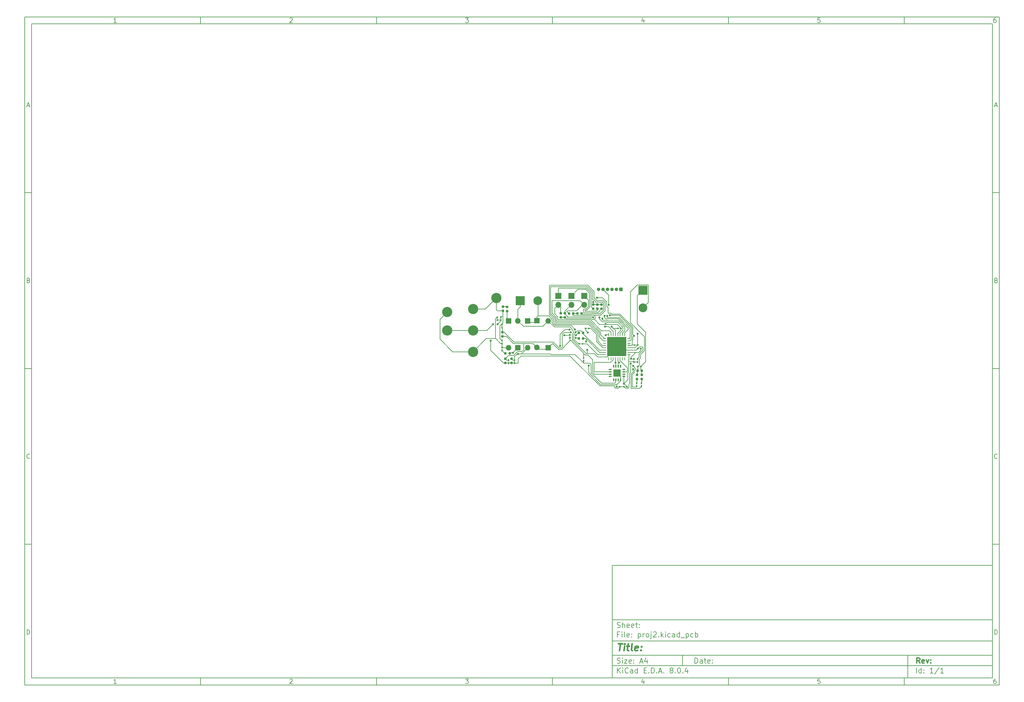
<source format=gbr>
%TF.GenerationSoftware,KiCad,Pcbnew,8.0.4*%
%TF.CreationDate,2024-08-19T20:14:00-04:00*%
%TF.ProjectId,proj2,70726f6a-322e-46b6-9963-61645f706362,rev?*%
%TF.SameCoordinates,Original*%
%TF.FileFunction,Copper,L1,Top*%
%TF.FilePolarity,Positive*%
%FSLAX46Y46*%
G04 Gerber Fmt 4.6, Leading zero omitted, Abs format (unit mm)*
G04 Created by KiCad (PCBNEW 8.0.4) date 2024-08-19 20:14:00*
%MOMM*%
%LPD*%
G01*
G04 APERTURE LIST*
G04 Aperture macros list*
%AMRoundRect*
0 Rectangle with rounded corners*
0 $1 Rounding radius*
0 $2 $3 $4 $5 $6 $7 $8 $9 X,Y pos of 4 corners*
0 Add a 4 corners polygon primitive as box body*
4,1,4,$2,$3,$4,$5,$6,$7,$8,$9,$2,$3,0*
0 Add four circle primitives for the rounded corners*
1,1,$1+$1,$2,$3*
1,1,$1+$1,$4,$5*
1,1,$1+$1,$6,$7*
1,1,$1+$1,$8,$9*
0 Add four rect primitives between the rounded corners*
20,1,$1+$1,$2,$3,$4,$5,0*
20,1,$1+$1,$4,$5,$6,$7,0*
20,1,$1+$1,$6,$7,$8,$9,0*
20,1,$1+$1,$8,$9,$2,$3,0*%
G04 Aperture macros list end*
%ADD10C,0.100000*%
%ADD11C,0.150000*%
%ADD12C,0.300000*%
%ADD13C,0.400000*%
%TA.AperFunction,SMDPad,CuDef*%
%ADD14RoundRect,0.160000X-0.160000X0.197500X-0.160000X-0.197500X0.160000X-0.197500X0.160000X0.197500X0*%
%TD*%
%TA.AperFunction,SMDPad,CuDef*%
%ADD15RoundRect,0.160000X0.160000X-0.197500X0.160000X0.197500X-0.160000X0.197500X-0.160000X-0.197500X0*%
%TD*%
%TA.AperFunction,SMDPad,CuDef*%
%ADD16RoundRect,0.100000X-0.217500X-0.100000X0.217500X-0.100000X0.217500X0.100000X-0.217500X0.100000X0*%
%TD*%
%TA.AperFunction,SMDPad,CuDef*%
%ADD17RoundRect,0.160000X0.197500X0.160000X-0.197500X0.160000X-0.197500X-0.160000X0.197500X-0.160000X0*%
%TD*%
%TA.AperFunction,SMDPad,CuDef*%
%ADD18RoundRect,0.100000X-0.100000X0.217500X-0.100000X-0.217500X0.100000X-0.217500X0.100000X0.217500X0*%
%TD*%
%TA.AperFunction,ComponentPad*%
%ADD19R,2.500000X2.500000*%
%TD*%
%TA.AperFunction,ComponentPad*%
%ADD20C,2.500000*%
%TD*%
%TA.AperFunction,ComponentPad*%
%ADD21R,1.600000X1.600000*%
%TD*%
%TA.AperFunction,ComponentPad*%
%ADD22O,1.600000X1.600000*%
%TD*%
%TA.AperFunction,SMDPad,CuDef*%
%ADD23RoundRect,0.160000X-0.197500X-0.160000X0.197500X-0.160000X0.197500X0.160000X-0.197500X0.160000X0*%
%TD*%
%TA.AperFunction,ComponentPad*%
%ADD24C,2.900000*%
%TD*%
%TA.AperFunction,SMDPad,CuDef*%
%ADD25RoundRect,0.100000X0.100000X-0.217500X0.100000X0.217500X-0.100000X0.217500X-0.100000X-0.217500X0*%
%TD*%
%TA.AperFunction,ComponentPad*%
%ADD26R,1.700000X1.700000*%
%TD*%
%TA.AperFunction,ComponentPad*%
%ADD27O,1.700000X1.700000*%
%TD*%
%TA.AperFunction,ComponentPad*%
%ADD28R,1.000000X1.000000*%
%TD*%
%TA.AperFunction,ComponentPad*%
%ADD29O,1.000000X1.000000*%
%TD*%
%TA.AperFunction,SMDPad,CuDef*%
%ADD30RoundRect,0.062500X0.062500X-0.362500X0.062500X0.362500X-0.062500X0.362500X-0.062500X-0.362500X0*%
%TD*%
%TA.AperFunction,SMDPad,CuDef*%
%ADD31RoundRect,0.062500X0.362500X-0.062500X0.362500X0.062500X-0.362500X0.062500X-0.362500X-0.062500X0*%
%TD*%
%TA.AperFunction,HeatsinkPad*%
%ADD32R,5.400000X5.400000*%
%TD*%
%TA.AperFunction,SMDPad,CuDef*%
%ADD33RoundRect,0.075000X-0.075000X0.350000X-0.075000X-0.350000X0.075000X-0.350000X0.075000X0.350000X0*%
%TD*%
%TA.AperFunction,SMDPad,CuDef*%
%ADD34RoundRect,0.075000X-0.350000X0.075000X-0.350000X-0.075000X0.350000X-0.075000X0.350000X0.075000X0*%
%TD*%
%TA.AperFunction,HeatsinkPad*%
%ADD35C,0.600000*%
%TD*%
%TA.AperFunction,HeatsinkPad*%
%ADD36R,2.100000X2.100000*%
%TD*%
%TA.AperFunction,SMDPad,CuDef*%
%ADD37RoundRect,0.100000X0.217500X0.100000X-0.217500X0.100000X-0.217500X-0.100000X0.217500X-0.100000X0*%
%TD*%
%TA.AperFunction,ViaPad*%
%ADD38C,0.600000*%
%TD*%
%TA.AperFunction,Conductor*%
%ADD39C,0.200000*%
%TD*%
G04 APERTURE END LIST*
D10*
D11*
X177002200Y-166007200D02*
X285002200Y-166007200D01*
X285002200Y-198007200D01*
X177002200Y-198007200D01*
X177002200Y-166007200D01*
D10*
D11*
X10000000Y-10000000D02*
X287002200Y-10000000D01*
X287002200Y-200007200D01*
X10000000Y-200007200D01*
X10000000Y-10000000D01*
D10*
D11*
X12000000Y-12000000D02*
X285002200Y-12000000D01*
X285002200Y-198007200D01*
X12000000Y-198007200D01*
X12000000Y-12000000D01*
D10*
D11*
X60000000Y-12000000D02*
X60000000Y-10000000D01*
D10*
D11*
X110000000Y-12000000D02*
X110000000Y-10000000D01*
D10*
D11*
X160000000Y-12000000D02*
X160000000Y-10000000D01*
D10*
D11*
X210000000Y-12000000D02*
X210000000Y-10000000D01*
D10*
D11*
X260000000Y-12000000D02*
X260000000Y-10000000D01*
D10*
D11*
X36089160Y-11593604D02*
X35346303Y-11593604D01*
X35717731Y-11593604D02*
X35717731Y-10293604D01*
X35717731Y-10293604D02*
X35593922Y-10479319D01*
X35593922Y-10479319D02*
X35470112Y-10603128D01*
X35470112Y-10603128D02*
X35346303Y-10665033D01*
D10*
D11*
X85346303Y-10417414D02*
X85408207Y-10355509D01*
X85408207Y-10355509D02*
X85532017Y-10293604D01*
X85532017Y-10293604D02*
X85841541Y-10293604D01*
X85841541Y-10293604D02*
X85965350Y-10355509D01*
X85965350Y-10355509D02*
X86027255Y-10417414D01*
X86027255Y-10417414D02*
X86089160Y-10541223D01*
X86089160Y-10541223D02*
X86089160Y-10665033D01*
X86089160Y-10665033D02*
X86027255Y-10850747D01*
X86027255Y-10850747D02*
X85284398Y-11593604D01*
X85284398Y-11593604D02*
X86089160Y-11593604D01*
D10*
D11*
X135284398Y-10293604D02*
X136089160Y-10293604D01*
X136089160Y-10293604D02*
X135655826Y-10788842D01*
X135655826Y-10788842D02*
X135841541Y-10788842D01*
X135841541Y-10788842D02*
X135965350Y-10850747D01*
X135965350Y-10850747D02*
X136027255Y-10912652D01*
X136027255Y-10912652D02*
X136089160Y-11036461D01*
X136089160Y-11036461D02*
X136089160Y-11345985D01*
X136089160Y-11345985D02*
X136027255Y-11469795D01*
X136027255Y-11469795D02*
X135965350Y-11531700D01*
X135965350Y-11531700D02*
X135841541Y-11593604D01*
X135841541Y-11593604D02*
X135470112Y-11593604D01*
X135470112Y-11593604D02*
X135346303Y-11531700D01*
X135346303Y-11531700D02*
X135284398Y-11469795D01*
D10*
D11*
X185965350Y-10726938D02*
X185965350Y-11593604D01*
X185655826Y-10231700D02*
X185346303Y-11160271D01*
X185346303Y-11160271D02*
X186151064Y-11160271D01*
D10*
D11*
X236027255Y-10293604D02*
X235408207Y-10293604D01*
X235408207Y-10293604D02*
X235346303Y-10912652D01*
X235346303Y-10912652D02*
X235408207Y-10850747D01*
X235408207Y-10850747D02*
X235532017Y-10788842D01*
X235532017Y-10788842D02*
X235841541Y-10788842D01*
X235841541Y-10788842D02*
X235965350Y-10850747D01*
X235965350Y-10850747D02*
X236027255Y-10912652D01*
X236027255Y-10912652D02*
X236089160Y-11036461D01*
X236089160Y-11036461D02*
X236089160Y-11345985D01*
X236089160Y-11345985D02*
X236027255Y-11469795D01*
X236027255Y-11469795D02*
X235965350Y-11531700D01*
X235965350Y-11531700D02*
X235841541Y-11593604D01*
X235841541Y-11593604D02*
X235532017Y-11593604D01*
X235532017Y-11593604D02*
X235408207Y-11531700D01*
X235408207Y-11531700D02*
X235346303Y-11469795D01*
D10*
D11*
X285965350Y-10293604D02*
X285717731Y-10293604D01*
X285717731Y-10293604D02*
X285593922Y-10355509D01*
X285593922Y-10355509D02*
X285532017Y-10417414D01*
X285532017Y-10417414D02*
X285408207Y-10603128D01*
X285408207Y-10603128D02*
X285346303Y-10850747D01*
X285346303Y-10850747D02*
X285346303Y-11345985D01*
X285346303Y-11345985D02*
X285408207Y-11469795D01*
X285408207Y-11469795D02*
X285470112Y-11531700D01*
X285470112Y-11531700D02*
X285593922Y-11593604D01*
X285593922Y-11593604D02*
X285841541Y-11593604D01*
X285841541Y-11593604D02*
X285965350Y-11531700D01*
X285965350Y-11531700D02*
X286027255Y-11469795D01*
X286027255Y-11469795D02*
X286089160Y-11345985D01*
X286089160Y-11345985D02*
X286089160Y-11036461D01*
X286089160Y-11036461D02*
X286027255Y-10912652D01*
X286027255Y-10912652D02*
X285965350Y-10850747D01*
X285965350Y-10850747D02*
X285841541Y-10788842D01*
X285841541Y-10788842D02*
X285593922Y-10788842D01*
X285593922Y-10788842D02*
X285470112Y-10850747D01*
X285470112Y-10850747D02*
X285408207Y-10912652D01*
X285408207Y-10912652D02*
X285346303Y-11036461D01*
D10*
D11*
X60000000Y-198007200D02*
X60000000Y-200007200D01*
D10*
D11*
X110000000Y-198007200D02*
X110000000Y-200007200D01*
D10*
D11*
X160000000Y-198007200D02*
X160000000Y-200007200D01*
D10*
D11*
X210000000Y-198007200D02*
X210000000Y-200007200D01*
D10*
D11*
X260000000Y-198007200D02*
X260000000Y-200007200D01*
D10*
D11*
X36089160Y-199600804D02*
X35346303Y-199600804D01*
X35717731Y-199600804D02*
X35717731Y-198300804D01*
X35717731Y-198300804D02*
X35593922Y-198486519D01*
X35593922Y-198486519D02*
X35470112Y-198610328D01*
X35470112Y-198610328D02*
X35346303Y-198672233D01*
D10*
D11*
X85346303Y-198424614D02*
X85408207Y-198362709D01*
X85408207Y-198362709D02*
X85532017Y-198300804D01*
X85532017Y-198300804D02*
X85841541Y-198300804D01*
X85841541Y-198300804D02*
X85965350Y-198362709D01*
X85965350Y-198362709D02*
X86027255Y-198424614D01*
X86027255Y-198424614D02*
X86089160Y-198548423D01*
X86089160Y-198548423D02*
X86089160Y-198672233D01*
X86089160Y-198672233D02*
X86027255Y-198857947D01*
X86027255Y-198857947D02*
X85284398Y-199600804D01*
X85284398Y-199600804D02*
X86089160Y-199600804D01*
D10*
D11*
X135284398Y-198300804D02*
X136089160Y-198300804D01*
X136089160Y-198300804D02*
X135655826Y-198796042D01*
X135655826Y-198796042D02*
X135841541Y-198796042D01*
X135841541Y-198796042D02*
X135965350Y-198857947D01*
X135965350Y-198857947D02*
X136027255Y-198919852D01*
X136027255Y-198919852D02*
X136089160Y-199043661D01*
X136089160Y-199043661D02*
X136089160Y-199353185D01*
X136089160Y-199353185D02*
X136027255Y-199476995D01*
X136027255Y-199476995D02*
X135965350Y-199538900D01*
X135965350Y-199538900D02*
X135841541Y-199600804D01*
X135841541Y-199600804D02*
X135470112Y-199600804D01*
X135470112Y-199600804D02*
X135346303Y-199538900D01*
X135346303Y-199538900D02*
X135284398Y-199476995D01*
D10*
D11*
X185965350Y-198734138D02*
X185965350Y-199600804D01*
X185655826Y-198238900D02*
X185346303Y-199167471D01*
X185346303Y-199167471D02*
X186151064Y-199167471D01*
D10*
D11*
X236027255Y-198300804D02*
X235408207Y-198300804D01*
X235408207Y-198300804D02*
X235346303Y-198919852D01*
X235346303Y-198919852D02*
X235408207Y-198857947D01*
X235408207Y-198857947D02*
X235532017Y-198796042D01*
X235532017Y-198796042D02*
X235841541Y-198796042D01*
X235841541Y-198796042D02*
X235965350Y-198857947D01*
X235965350Y-198857947D02*
X236027255Y-198919852D01*
X236027255Y-198919852D02*
X236089160Y-199043661D01*
X236089160Y-199043661D02*
X236089160Y-199353185D01*
X236089160Y-199353185D02*
X236027255Y-199476995D01*
X236027255Y-199476995D02*
X235965350Y-199538900D01*
X235965350Y-199538900D02*
X235841541Y-199600804D01*
X235841541Y-199600804D02*
X235532017Y-199600804D01*
X235532017Y-199600804D02*
X235408207Y-199538900D01*
X235408207Y-199538900D02*
X235346303Y-199476995D01*
D10*
D11*
X285965350Y-198300804D02*
X285717731Y-198300804D01*
X285717731Y-198300804D02*
X285593922Y-198362709D01*
X285593922Y-198362709D02*
X285532017Y-198424614D01*
X285532017Y-198424614D02*
X285408207Y-198610328D01*
X285408207Y-198610328D02*
X285346303Y-198857947D01*
X285346303Y-198857947D02*
X285346303Y-199353185D01*
X285346303Y-199353185D02*
X285408207Y-199476995D01*
X285408207Y-199476995D02*
X285470112Y-199538900D01*
X285470112Y-199538900D02*
X285593922Y-199600804D01*
X285593922Y-199600804D02*
X285841541Y-199600804D01*
X285841541Y-199600804D02*
X285965350Y-199538900D01*
X285965350Y-199538900D02*
X286027255Y-199476995D01*
X286027255Y-199476995D02*
X286089160Y-199353185D01*
X286089160Y-199353185D02*
X286089160Y-199043661D01*
X286089160Y-199043661D02*
X286027255Y-198919852D01*
X286027255Y-198919852D02*
X285965350Y-198857947D01*
X285965350Y-198857947D02*
X285841541Y-198796042D01*
X285841541Y-198796042D02*
X285593922Y-198796042D01*
X285593922Y-198796042D02*
X285470112Y-198857947D01*
X285470112Y-198857947D02*
X285408207Y-198919852D01*
X285408207Y-198919852D02*
X285346303Y-199043661D01*
D10*
D11*
X10000000Y-60000000D02*
X12000000Y-60000000D01*
D10*
D11*
X10000000Y-110000000D02*
X12000000Y-110000000D01*
D10*
D11*
X10000000Y-160000000D02*
X12000000Y-160000000D01*
D10*
D11*
X10690476Y-35222176D02*
X11309523Y-35222176D01*
X10566666Y-35593604D02*
X10999999Y-34293604D01*
X10999999Y-34293604D02*
X11433333Y-35593604D01*
D10*
D11*
X11092857Y-84912652D02*
X11278571Y-84974557D01*
X11278571Y-84974557D02*
X11340476Y-85036461D01*
X11340476Y-85036461D02*
X11402380Y-85160271D01*
X11402380Y-85160271D02*
X11402380Y-85345985D01*
X11402380Y-85345985D02*
X11340476Y-85469795D01*
X11340476Y-85469795D02*
X11278571Y-85531700D01*
X11278571Y-85531700D02*
X11154761Y-85593604D01*
X11154761Y-85593604D02*
X10659523Y-85593604D01*
X10659523Y-85593604D02*
X10659523Y-84293604D01*
X10659523Y-84293604D02*
X11092857Y-84293604D01*
X11092857Y-84293604D02*
X11216666Y-84355509D01*
X11216666Y-84355509D02*
X11278571Y-84417414D01*
X11278571Y-84417414D02*
X11340476Y-84541223D01*
X11340476Y-84541223D02*
X11340476Y-84665033D01*
X11340476Y-84665033D02*
X11278571Y-84788842D01*
X11278571Y-84788842D02*
X11216666Y-84850747D01*
X11216666Y-84850747D02*
X11092857Y-84912652D01*
X11092857Y-84912652D02*
X10659523Y-84912652D01*
D10*
D11*
X11402380Y-135469795D02*
X11340476Y-135531700D01*
X11340476Y-135531700D02*
X11154761Y-135593604D01*
X11154761Y-135593604D02*
X11030952Y-135593604D01*
X11030952Y-135593604D02*
X10845238Y-135531700D01*
X10845238Y-135531700D02*
X10721428Y-135407890D01*
X10721428Y-135407890D02*
X10659523Y-135284080D01*
X10659523Y-135284080D02*
X10597619Y-135036461D01*
X10597619Y-135036461D02*
X10597619Y-134850747D01*
X10597619Y-134850747D02*
X10659523Y-134603128D01*
X10659523Y-134603128D02*
X10721428Y-134479319D01*
X10721428Y-134479319D02*
X10845238Y-134355509D01*
X10845238Y-134355509D02*
X11030952Y-134293604D01*
X11030952Y-134293604D02*
X11154761Y-134293604D01*
X11154761Y-134293604D02*
X11340476Y-134355509D01*
X11340476Y-134355509D02*
X11402380Y-134417414D01*
D10*
D11*
X10659523Y-185593604D02*
X10659523Y-184293604D01*
X10659523Y-184293604D02*
X10969047Y-184293604D01*
X10969047Y-184293604D02*
X11154761Y-184355509D01*
X11154761Y-184355509D02*
X11278571Y-184479319D01*
X11278571Y-184479319D02*
X11340476Y-184603128D01*
X11340476Y-184603128D02*
X11402380Y-184850747D01*
X11402380Y-184850747D02*
X11402380Y-185036461D01*
X11402380Y-185036461D02*
X11340476Y-185284080D01*
X11340476Y-185284080D02*
X11278571Y-185407890D01*
X11278571Y-185407890D02*
X11154761Y-185531700D01*
X11154761Y-185531700D02*
X10969047Y-185593604D01*
X10969047Y-185593604D02*
X10659523Y-185593604D01*
D10*
D11*
X287002200Y-60000000D02*
X285002200Y-60000000D01*
D10*
D11*
X287002200Y-110000000D02*
X285002200Y-110000000D01*
D10*
D11*
X287002200Y-160000000D02*
X285002200Y-160000000D01*
D10*
D11*
X285692676Y-35222176D02*
X286311723Y-35222176D01*
X285568866Y-35593604D02*
X286002199Y-34293604D01*
X286002199Y-34293604D02*
X286435533Y-35593604D01*
D10*
D11*
X286095057Y-84912652D02*
X286280771Y-84974557D01*
X286280771Y-84974557D02*
X286342676Y-85036461D01*
X286342676Y-85036461D02*
X286404580Y-85160271D01*
X286404580Y-85160271D02*
X286404580Y-85345985D01*
X286404580Y-85345985D02*
X286342676Y-85469795D01*
X286342676Y-85469795D02*
X286280771Y-85531700D01*
X286280771Y-85531700D02*
X286156961Y-85593604D01*
X286156961Y-85593604D02*
X285661723Y-85593604D01*
X285661723Y-85593604D02*
X285661723Y-84293604D01*
X285661723Y-84293604D02*
X286095057Y-84293604D01*
X286095057Y-84293604D02*
X286218866Y-84355509D01*
X286218866Y-84355509D02*
X286280771Y-84417414D01*
X286280771Y-84417414D02*
X286342676Y-84541223D01*
X286342676Y-84541223D02*
X286342676Y-84665033D01*
X286342676Y-84665033D02*
X286280771Y-84788842D01*
X286280771Y-84788842D02*
X286218866Y-84850747D01*
X286218866Y-84850747D02*
X286095057Y-84912652D01*
X286095057Y-84912652D02*
X285661723Y-84912652D01*
D10*
D11*
X286404580Y-135469795D02*
X286342676Y-135531700D01*
X286342676Y-135531700D02*
X286156961Y-135593604D01*
X286156961Y-135593604D02*
X286033152Y-135593604D01*
X286033152Y-135593604D02*
X285847438Y-135531700D01*
X285847438Y-135531700D02*
X285723628Y-135407890D01*
X285723628Y-135407890D02*
X285661723Y-135284080D01*
X285661723Y-135284080D02*
X285599819Y-135036461D01*
X285599819Y-135036461D02*
X285599819Y-134850747D01*
X285599819Y-134850747D02*
X285661723Y-134603128D01*
X285661723Y-134603128D02*
X285723628Y-134479319D01*
X285723628Y-134479319D02*
X285847438Y-134355509D01*
X285847438Y-134355509D02*
X286033152Y-134293604D01*
X286033152Y-134293604D02*
X286156961Y-134293604D01*
X286156961Y-134293604D02*
X286342676Y-134355509D01*
X286342676Y-134355509D02*
X286404580Y-134417414D01*
D10*
D11*
X285661723Y-185593604D02*
X285661723Y-184293604D01*
X285661723Y-184293604D02*
X285971247Y-184293604D01*
X285971247Y-184293604D02*
X286156961Y-184355509D01*
X286156961Y-184355509D02*
X286280771Y-184479319D01*
X286280771Y-184479319D02*
X286342676Y-184603128D01*
X286342676Y-184603128D02*
X286404580Y-184850747D01*
X286404580Y-184850747D02*
X286404580Y-185036461D01*
X286404580Y-185036461D02*
X286342676Y-185284080D01*
X286342676Y-185284080D02*
X286280771Y-185407890D01*
X286280771Y-185407890D02*
X286156961Y-185531700D01*
X286156961Y-185531700D02*
X285971247Y-185593604D01*
X285971247Y-185593604D02*
X285661723Y-185593604D01*
D10*
D11*
X200458026Y-193793328D02*
X200458026Y-192293328D01*
X200458026Y-192293328D02*
X200815169Y-192293328D01*
X200815169Y-192293328D02*
X201029455Y-192364757D01*
X201029455Y-192364757D02*
X201172312Y-192507614D01*
X201172312Y-192507614D02*
X201243741Y-192650471D01*
X201243741Y-192650471D02*
X201315169Y-192936185D01*
X201315169Y-192936185D02*
X201315169Y-193150471D01*
X201315169Y-193150471D02*
X201243741Y-193436185D01*
X201243741Y-193436185D02*
X201172312Y-193579042D01*
X201172312Y-193579042D02*
X201029455Y-193721900D01*
X201029455Y-193721900D02*
X200815169Y-193793328D01*
X200815169Y-193793328D02*
X200458026Y-193793328D01*
X202600884Y-193793328D02*
X202600884Y-193007614D01*
X202600884Y-193007614D02*
X202529455Y-192864757D01*
X202529455Y-192864757D02*
X202386598Y-192793328D01*
X202386598Y-192793328D02*
X202100884Y-192793328D01*
X202100884Y-192793328D02*
X201958026Y-192864757D01*
X202600884Y-193721900D02*
X202458026Y-193793328D01*
X202458026Y-193793328D02*
X202100884Y-193793328D01*
X202100884Y-193793328D02*
X201958026Y-193721900D01*
X201958026Y-193721900D02*
X201886598Y-193579042D01*
X201886598Y-193579042D02*
X201886598Y-193436185D01*
X201886598Y-193436185D02*
X201958026Y-193293328D01*
X201958026Y-193293328D02*
X202100884Y-193221900D01*
X202100884Y-193221900D02*
X202458026Y-193221900D01*
X202458026Y-193221900D02*
X202600884Y-193150471D01*
X203100884Y-192793328D02*
X203672312Y-192793328D01*
X203315169Y-192293328D02*
X203315169Y-193579042D01*
X203315169Y-193579042D02*
X203386598Y-193721900D01*
X203386598Y-193721900D02*
X203529455Y-193793328D01*
X203529455Y-193793328D02*
X203672312Y-193793328D01*
X204743741Y-193721900D02*
X204600884Y-193793328D01*
X204600884Y-193793328D02*
X204315170Y-193793328D01*
X204315170Y-193793328D02*
X204172312Y-193721900D01*
X204172312Y-193721900D02*
X204100884Y-193579042D01*
X204100884Y-193579042D02*
X204100884Y-193007614D01*
X204100884Y-193007614D02*
X204172312Y-192864757D01*
X204172312Y-192864757D02*
X204315170Y-192793328D01*
X204315170Y-192793328D02*
X204600884Y-192793328D01*
X204600884Y-192793328D02*
X204743741Y-192864757D01*
X204743741Y-192864757D02*
X204815170Y-193007614D01*
X204815170Y-193007614D02*
X204815170Y-193150471D01*
X204815170Y-193150471D02*
X204100884Y-193293328D01*
X205458026Y-193650471D02*
X205529455Y-193721900D01*
X205529455Y-193721900D02*
X205458026Y-193793328D01*
X205458026Y-193793328D02*
X205386598Y-193721900D01*
X205386598Y-193721900D02*
X205458026Y-193650471D01*
X205458026Y-193650471D02*
X205458026Y-193793328D01*
X205458026Y-192864757D02*
X205529455Y-192936185D01*
X205529455Y-192936185D02*
X205458026Y-193007614D01*
X205458026Y-193007614D02*
X205386598Y-192936185D01*
X205386598Y-192936185D02*
X205458026Y-192864757D01*
X205458026Y-192864757D02*
X205458026Y-193007614D01*
D10*
D11*
X177002200Y-194507200D02*
X285002200Y-194507200D01*
D10*
D11*
X178458026Y-196593328D02*
X178458026Y-195093328D01*
X179315169Y-196593328D02*
X178672312Y-195736185D01*
X179315169Y-195093328D02*
X178458026Y-195950471D01*
X179958026Y-196593328D02*
X179958026Y-195593328D01*
X179958026Y-195093328D02*
X179886598Y-195164757D01*
X179886598Y-195164757D02*
X179958026Y-195236185D01*
X179958026Y-195236185D02*
X180029455Y-195164757D01*
X180029455Y-195164757D02*
X179958026Y-195093328D01*
X179958026Y-195093328D02*
X179958026Y-195236185D01*
X181529455Y-196450471D02*
X181458027Y-196521900D01*
X181458027Y-196521900D02*
X181243741Y-196593328D01*
X181243741Y-196593328D02*
X181100884Y-196593328D01*
X181100884Y-196593328D02*
X180886598Y-196521900D01*
X180886598Y-196521900D02*
X180743741Y-196379042D01*
X180743741Y-196379042D02*
X180672312Y-196236185D01*
X180672312Y-196236185D02*
X180600884Y-195950471D01*
X180600884Y-195950471D02*
X180600884Y-195736185D01*
X180600884Y-195736185D02*
X180672312Y-195450471D01*
X180672312Y-195450471D02*
X180743741Y-195307614D01*
X180743741Y-195307614D02*
X180886598Y-195164757D01*
X180886598Y-195164757D02*
X181100884Y-195093328D01*
X181100884Y-195093328D02*
X181243741Y-195093328D01*
X181243741Y-195093328D02*
X181458027Y-195164757D01*
X181458027Y-195164757D02*
X181529455Y-195236185D01*
X182815170Y-196593328D02*
X182815170Y-195807614D01*
X182815170Y-195807614D02*
X182743741Y-195664757D01*
X182743741Y-195664757D02*
X182600884Y-195593328D01*
X182600884Y-195593328D02*
X182315170Y-195593328D01*
X182315170Y-195593328D02*
X182172312Y-195664757D01*
X182815170Y-196521900D02*
X182672312Y-196593328D01*
X182672312Y-196593328D02*
X182315170Y-196593328D01*
X182315170Y-196593328D02*
X182172312Y-196521900D01*
X182172312Y-196521900D02*
X182100884Y-196379042D01*
X182100884Y-196379042D02*
X182100884Y-196236185D01*
X182100884Y-196236185D02*
X182172312Y-196093328D01*
X182172312Y-196093328D02*
X182315170Y-196021900D01*
X182315170Y-196021900D02*
X182672312Y-196021900D01*
X182672312Y-196021900D02*
X182815170Y-195950471D01*
X184172313Y-196593328D02*
X184172313Y-195093328D01*
X184172313Y-196521900D02*
X184029455Y-196593328D01*
X184029455Y-196593328D02*
X183743741Y-196593328D01*
X183743741Y-196593328D02*
X183600884Y-196521900D01*
X183600884Y-196521900D02*
X183529455Y-196450471D01*
X183529455Y-196450471D02*
X183458027Y-196307614D01*
X183458027Y-196307614D02*
X183458027Y-195879042D01*
X183458027Y-195879042D02*
X183529455Y-195736185D01*
X183529455Y-195736185D02*
X183600884Y-195664757D01*
X183600884Y-195664757D02*
X183743741Y-195593328D01*
X183743741Y-195593328D02*
X184029455Y-195593328D01*
X184029455Y-195593328D02*
X184172313Y-195664757D01*
X186029455Y-195807614D02*
X186529455Y-195807614D01*
X186743741Y-196593328D02*
X186029455Y-196593328D01*
X186029455Y-196593328D02*
X186029455Y-195093328D01*
X186029455Y-195093328D02*
X186743741Y-195093328D01*
X187386598Y-196450471D02*
X187458027Y-196521900D01*
X187458027Y-196521900D02*
X187386598Y-196593328D01*
X187386598Y-196593328D02*
X187315170Y-196521900D01*
X187315170Y-196521900D02*
X187386598Y-196450471D01*
X187386598Y-196450471D02*
X187386598Y-196593328D01*
X188100884Y-196593328D02*
X188100884Y-195093328D01*
X188100884Y-195093328D02*
X188458027Y-195093328D01*
X188458027Y-195093328D02*
X188672313Y-195164757D01*
X188672313Y-195164757D02*
X188815170Y-195307614D01*
X188815170Y-195307614D02*
X188886599Y-195450471D01*
X188886599Y-195450471D02*
X188958027Y-195736185D01*
X188958027Y-195736185D02*
X188958027Y-195950471D01*
X188958027Y-195950471D02*
X188886599Y-196236185D01*
X188886599Y-196236185D02*
X188815170Y-196379042D01*
X188815170Y-196379042D02*
X188672313Y-196521900D01*
X188672313Y-196521900D02*
X188458027Y-196593328D01*
X188458027Y-196593328D02*
X188100884Y-196593328D01*
X189600884Y-196450471D02*
X189672313Y-196521900D01*
X189672313Y-196521900D02*
X189600884Y-196593328D01*
X189600884Y-196593328D02*
X189529456Y-196521900D01*
X189529456Y-196521900D02*
X189600884Y-196450471D01*
X189600884Y-196450471D02*
X189600884Y-196593328D01*
X190243742Y-196164757D02*
X190958028Y-196164757D01*
X190100885Y-196593328D02*
X190600885Y-195093328D01*
X190600885Y-195093328D02*
X191100885Y-196593328D01*
X191600884Y-196450471D02*
X191672313Y-196521900D01*
X191672313Y-196521900D02*
X191600884Y-196593328D01*
X191600884Y-196593328D02*
X191529456Y-196521900D01*
X191529456Y-196521900D02*
X191600884Y-196450471D01*
X191600884Y-196450471D02*
X191600884Y-196593328D01*
X193672313Y-195736185D02*
X193529456Y-195664757D01*
X193529456Y-195664757D02*
X193458027Y-195593328D01*
X193458027Y-195593328D02*
X193386599Y-195450471D01*
X193386599Y-195450471D02*
X193386599Y-195379042D01*
X193386599Y-195379042D02*
X193458027Y-195236185D01*
X193458027Y-195236185D02*
X193529456Y-195164757D01*
X193529456Y-195164757D02*
X193672313Y-195093328D01*
X193672313Y-195093328D02*
X193958027Y-195093328D01*
X193958027Y-195093328D02*
X194100885Y-195164757D01*
X194100885Y-195164757D02*
X194172313Y-195236185D01*
X194172313Y-195236185D02*
X194243742Y-195379042D01*
X194243742Y-195379042D02*
X194243742Y-195450471D01*
X194243742Y-195450471D02*
X194172313Y-195593328D01*
X194172313Y-195593328D02*
X194100885Y-195664757D01*
X194100885Y-195664757D02*
X193958027Y-195736185D01*
X193958027Y-195736185D02*
X193672313Y-195736185D01*
X193672313Y-195736185D02*
X193529456Y-195807614D01*
X193529456Y-195807614D02*
X193458027Y-195879042D01*
X193458027Y-195879042D02*
X193386599Y-196021900D01*
X193386599Y-196021900D02*
X193386599Y-196307614D01*
X193386599Y-196307614D02*
X193458027Y-196450471D01*
X193458027Y-196450471D02*
X193529456Y-196521900D01*
X193529456Y-196521900D02*
X193672313Y-196593328D01*
X193672313Y-196593328D02*
X193958027Y-196593328D01*
X193958027Y-196593328D02*
X194100885Y-196521900D01*
X194100885Y-196521900D02*
X194172313Y-196450471D01*
X194172313Y-196450471D02*
X194243742Y-196307614D01*
X194243742Y-196307614D02*
X194243742Y-196021900D01*
X194243742Y-196021900D02*
X194172313Y-195879042D01*
X194172313Y-195879042D02*
X194100885Y-195807614D01*
X194100885Y-195807614D02*
X193958027Y-195736185D01*
X194886598Y-196450471D02*
X194958027Y-196521900D01*
X194958027Y-196521900D02*
X194886598Y-196593328D01*
X194886598Y-196593328D02*
X194815170Y-196521900D01*
X194815170Y-196521900D02*
X194886598Y-196450471D01*
X194886598Y-196450471D02*
X194886598Y-196593328D01*
X195886599Y-195093328D02*
X196029456Y-195093328D01*
X196029456Y-195093328D02*
X196172313Y-195164757D01*
X196172313Y-195164757D02*
X196243742Y-195236185D01*
X196243742Y-195236185D02*
X196315170Y-195379042D01*
X196315170Y-195379042D02*
X196386599Y-195664757D01*
X196386599Y-195664757D02*
X196386599Y-196021900D01*
X196386599Y-196021900D02*
X196315170Y-196307614D01*
X196315170Y-196307614D02*
X196243742Y-196450471D01*
X196243742Y-196450471D02*
X196172313Y-196521900D01*
X196172313Y-196521900D02*
X196029456Y-196593328D01*
X196029456Y-196593328D02*
X195886599Y-196593328D01*
X195886599Y-196593328D02*
X195743742Y-196521900D01*
X195743742Y-196521900D02*
X195672313Y-196450471D01*
X195672313Y-196450471D02*
X195600884Y-196307614D01*
X195600884Y-196307614D02*
X195529456Y-196021900D01*
X195529456Y-196021900D02*
X195529456Y-195664757D01*
X195529456Y-195664757D02*
X195600884Y-195379042D01*
X195600884Y-195379042D02*
X195672313Y-195236185D01*
X195672313Y-195236185D02*
X195743742Y-195164757D01*
X195743742Y-195164757D02*
X195886599Y-195093328D01*
X197029455Y-196450471D02*
X197100884Y-196521900D01*
X197100884Y-196521900D02*
X197029455Y-196593328D01*
X197029455Y-196593328D02*
X196958027Y-196521900D01*
X196958027Y-196521900D02*
X197029455Y-196450471D01*
X197029455Y-196450471D02*
X197029455Y-196593328D01*
X198386599Y-195593328D02*
X198386599Y-196593328D01*
X198029456Y-195021900D02*
X197672313Y-196093328D01*
X197672313Y-196093328D02*
X198600884Y-196093328D01*
D10*
D11*
X177002200Y-191507200D02*
X285002200Y-191507200D01*
D10*
D12*
X264413853Y-193785528D02*
X263913853Y-193071242D01*
X263556710Y-193785528D02*
X263556710Y-192285528D01*
X263556710Y-192285528D02*
X264128139Y-192285528D01*
X264128139Y-192285528D02*
X264270996Y-192356957D01*
X264270996Y-192356957D02*
X264342425Y-192428385D01*
X264342425Y-192428385D02*
X264413853Y-192571242D01*
X264413853Y-192571242D02*
X264413853Y-192785528D01*
X264413853Y-192785528D02*
X264342425Y-192928385D01*
X264342425Y-192928385D02*
X264270996Y-192999814D01*
X264270996Y-192999814D02*
X264128139Y-193071242D01*
X264128139Y-193071242D02*
X263556710Y-193071242D01*
X265628139Y-193714100D02*
X265485282Y-193785528D01*
X265485282Y-193785528D02*
X265199568Y-193785528D01*
X265199568Y-193785528D02*
X265056710Y-193714100D01*
X265056710Y-193714100D02*
X264985282Y-193571242D01*
X264985282Y-193571242D02*
X264985282Y-192999814D01*
X264985282Y-192999814D02*
X265056710Y-192856957D01*
X265056710Y-192856957D02*
X265199568Y-192785528D01*
X265199568Y-192785528D02*
X265485282Y-192785528D01*
X265485282Y-192785528D02*
X265628139Y-192856957D01*
X265628139Y-192856957D02*
X265699568Y-192999814D01*
X265699568Y-192999814D02*
X265699568Y-193142671D01*
X265699568Y-193142671D02*
X264985282Y-193285528D01*
X266199567Y-192785528D02*
X266556710Y-193785528D01*
X266556710Y-193785528D02*
X266913853Y-192785528D01*
X267485281Y-193642671D02*
X267556710Y-193714100D01*
X267556710Y-193714100D02*
X267485281Y-193785528D01*
X267485281Y-193785528D02*
X267413853Y-193714100D01*
X267413853Y-193714100D02*
X267485281Y-193642671D01*
X267485281Y-193642671D02*
X267485281Y-193785528D01*
X267485281Y-192856957D02*
X267556710Y-192928385D01*
X267556710Y-192928385D02*
X267485281Y-192999814D01*
X267485281Y-192999814D02*
X267413853Y-192928385D01*
X267413853Y-192928385D02*
X267485281Y-192856957D01*
X267485281Y-192856957D02*
X267485281Y-192999814D01*
D10*
D11*
X178386598Y-193721900D02*
X178600884Y-193793328D01*
X178600884Y-193793328D02*
X178958026Y-193793328D01*
X178958026Y-193793328D02*
X179100884Y-193721900D01*
X179100884Y-193721900D02*
X179172312Y-193650471D01*
X179172312Y-193650471D02*
X179243741Y-193507614D01*
X179243741Y-193507614D02*
X179243741Y-193364757D01*
X179243741Y-193364757D02*
X179172312Y-193221900D01*
X179172312Y-193221900D02*
X179100884Y-193150471D01*
X179100884Y-193150471D02*
X178958026Y-193079042D01*
X178958026Y-193079042D02*
X178672312Y-193007614D01*
X178672312Y-193007614D02*
X178529455Y-192936185D01*
X178529455Y-192936185D02*
X178458026Y-192864757D01*
X178458026Y-192864757D02*
X178386598Y-192721900D01*
X178386598Y-192721900D02*
X178386598Y-192579042D01*
X178386598Y-192579042D02*
X178458026Y-192436185D01*
X178458026Y-192436185D02*
X178529455Y-192364757D01*
X178529455Y-192364757D02*
X178672312Y-192293328D01*
X178672312Y-192293328D02*
X179029455Y-192293328D01*
X179029455Y-192293328D02*
X179243741Y-192364757D01*
X179886597Y-193793328D02*
X179886597Y-192793328D01*
X179886597Y-192293328D02*
X179815169Y-192364757D01*
X179815169Y-192364757D02*
X179886597Y-192436185D01*
X179886597Y-192436185D02*
X179958026Y-192364757D01*
X179958026Y-192364757D02*
X179886597Y-192293328D01*
X179886597Y-192293328D02*
X179886597Y-192436185D01*
X180458026Y-192793328D02*
X181243741Y-192793328D01*
X181243741Y-192793328D02*
X180458026Y-193793328D01*
X180458026Y-193793328D02*
X181243741Y-193793328D01*
X182386598Y-193721900D02*
X182243741Y-193793328D01*
X182243741Y-193793328D02*
X181958027Y-193793328D01*
X181958027Y-193793328D02*
X181815169Y-193721900D01*
X181815169Y-193721900D02*
X181743741Y-193579042D01*
X181743741Y-193579042D02*
X181743741Y-193007614D01*
X181743741Y-193007614D02*
X181815169Y-192864757D01*
X181815169Y-192864757D02*
X181958027Y-192793328D01*
X181958027Y-192793328D02*
X182243741Y-192793328D01*
X182243741Y-192793328D02*
X182386598Y-192864757D01*
X182386598Y-192864757D02*
X182458027Y-193007614D01*
X182458027Y-193007614D02*
X182458027Y-193150471D01*
X182458027Y-193150471D02*
X181743741Y-193293328D01*
X183100883Y-193650471D02*
X183172312Y-193721900D01*
X183172312Y-193721900D02*
X183100883Y-193793328D01*
X183100883Y-193793328D02*
X183029455Y-193721900D01*
X183029455Y-193721900D02*
X183100883Y-193650471D01*
X183100883Y-193650471D02*
X183100883Y-193793328D01*
X183100883Y-192864757D02*
X183172312Y-192936185D01*
X183172312Y-192936185D02*
X183100883Y-193007614D01*
X183100883Y-193007614D02*
X183029455Y-192936185D01*
X183029455Y-192936185D02*
X183100883Y-192864757D01*
X183100883Y-192864757D02*
X183100883Y-193007614D01*
X184886598Y-193364757D02*
X185600884Y-193364757D01*
X184743741Y-193793328D02*
X185243741Y-192293328D01*
X185243741Y-192293328D02*
X185743741Y-193793328D01*
X186886598Y-192793328D02*
X186886598Y-193793328D01*
X186529455Y-192221900D02*
X186172312Y-193293328D01*
X186172312Y-193293328D02*
X187100883Y-193293328D01*
D10*
D11*
X263458026Y-196593328D02*
X263458026Y-195093328D01*
X264815170Y-196593328D02*
X264815170Y-195093328D01*
X264815170Y-196521900D02*
X264672312Y-196593328D01*
X264672312Y-196593328D02*
X264386598Y-196593328D01*
X264386598Y-196593328D02*
X264243741Y-196521900D01*
X264243741Y-196521900D02*
X264172312Y-196450471D01*
X264172312Y-196450471D02*
X264100884Y-196307614D01*
X264100884Y-196307614D02*
X264100884Y-195879042D01*
X264100884Y-195879042D02*
X264172312Y-195736185D01*
X264172312Y-195736185D02*
X264243741Y-195664757D01*
X264243741Y-195664757D02*
X264386598Y-195593328D01*
X264386598Y-195593328D02*
X264672312Y-195593328D01*
X264672312Y-195593328D02*
X264815170Y-195664757D01*
X265529455Y-196450471D02*
X265600884Y-196521900D01*
X265600884Y-196521900D02*
X265529455Y-196593328D01*
X265529455Y-196593328D02*
X265458027Y-196521900D01*
X265458027Y-196521900D02*
X265529455Y-196450471D01*
X265529455Y-196450471D02*
X265529455Y-196593328D01*
X265529455Y-195664757D02*
X265600884Y-195736185D01*
X265600884Y-195736185D02*
X265529455Y-195807614D01*
X265529455Y-195807614D02*
X265458027Y-195736185D01*
X265458027Y-195736185D02*
X265529455Y-195664757D01*
X265529455Y-195664757D02*
X265529455Y-195807614D01*
X268172313Y-196593328D02*
X267315170Y-196593328D01*
X267743741Y-196593328D02*
X267743741Y-195093328D01*
X267743741Y-195093328D02*
X267600884Y-195307614D01*
X267600884Y-195307614D02*
X267458027Y-195450471D01*
X267458027Y-195450471D02*
X267315170Y-195521900D01*
X269886598Y-195021900D02*
X268600884Y-196950471D01*
X271172313Y-196593328D02*
X270315170Y-196593328D01*
X270743741Y-196593328D02*
X270743741Y-195093328D01*
X270743741Y-195093328D02*
X270600884Y-195307614D01*
X270600884Y-195307614D02*
X270458027Y-195450471D01*
X270458027Y-195450471D02*
X270315170Y-195521900D01*
D10*
D11*
X177002200Y-187507200D02*
X285002200Y-187507200D01*
D10*
D13*
X178693928Y-188211638D02*
X179836785Y-188211638D01*
X179015357Y-190211638D02*
X179265357Y-188211638D01*
X180253452Y-190211638D02*
X180420119Y-188878304D01*
X180503452Y-188211638D02*
X180396309Y-188306876D01*
X180396309Y-188306876D02*
X180479643Y-188402114D01*
X180479643Y-188402114D02*
X180586786Y-188306876D01*
X180586786Y-188306876D02*
X180503452Y-188211638D01*
X180503452Y-188211638D02*
X180479643Y-188402114D01*
X181086786Y-188878304D02*
X181848690Y-188878304D01*
X181455833Y-188211638D02*
X181241548Y-189925923D01*
X181241548Y-189925923D02*
X181312976Y-190116400D01*
X181312976Y-190116400D02*
X181491548Y-190211638D01*
X181491548Y-190211638D02*
X181682024Y-190211638D01*
X182634405Y-190211638D02*
X182455833Y-190116400D01*
X182455833Y-190116400D02*
X182384405Y-189925923D01*
X182384405Y-189925923D02*
X182598690Y-188211638D01*
X184170119Y-190116400D02*
X183967738Y-190211638D01*
X183967738Y-190211638D02*
X183586785Y-190211638D01*
X183586785Y-190211638D02*
X183408214Y-190116400D01*
X183408214Y-190116400D02*
X183336785Y-189925923D01*
X183336785Y-189925923D02*
X183432024Y-189164019D01*
X183432024Y-189164019D02*
X183551071Y-188973542D01*
X183551071Y-188973542D02*
X183753452Y-188878304D01*
X183753452Y-188878304D02*
X184134404Y-188878304D01*
X184134404Y-188878304D02*
X184312976Y-188973542D01*
X184312976Y-188973542D02*
X184384404Y-189164019D01*
X184384404Y-189164019D02*
X184360595Y-189354495D01*
X184360595Y-189354495D02*
X183384404Y-189544971D01*
X185134405Y-190021161D02*
X185217738Y-190116400D01*
X185217738Y-190116400D02*
X185110595Y-190211638D01*
X185110595Y-190211638D02*
X185027262Y-190116400D01*
X185027262Y-190116400D02*
X185134405Y-190021161D01*
X185134405Y-190021161D02*
X185110595Y-190211638D01*
X185265357Y-188973542D02*
X185348690Y-189068780D01*
X185348690Y-189068780D02*
X185241548Y-189164019D01*
X185241548Y-189164019D02*
X185158214Y-189068780D01*
X185158214Y-189068780D02*
X185265357Y-188973542D01*
X185265357Y-188973542D02*
X185241548Y-189164019D01*
D10*
D11*
X178958026Y-185607614D02*
X178458026Y-185607614D01*
X178458026Y-186393328D02*
X178458026Y-184893328D01*
X178458026Y-184893328D02*
X179172312Y-184893328D01*
X179743740Y-186393328D02*
X179743740Y-185393328D01*
X179743740Y-184893328D02*
X179672312Y-184964757D01*
X179672312Y-184964757D02*
X179743740Y-185036185D01*
X179743740Y-185036185D02*
X179815169Y-184964757D01*
X179815169Y-184964757D02*
X179743740Y-184893328D01*
X179743740Y-184893328D02*
X179743740Y-185036185D01*
X180672312Y-186393328D02*
X180529455Y-186321900D01*
X180529455Y-186321900D02*
X180458026Y-186179042D01*
X180458026Y-186179042D02*
X180458026Y-184893328D01*
X181815169Y-186321900D02*
X181672312Y-186393328D01*
X181672312Y-186393328D02*
X181386598Y-186393328D01*
X181386598Y-186393328D02*
X181243740Y-186321900D01*
X181243740Y-186321900D02*
X181172312Y-186179042D01*
X181172312Y-186179042D02*
X181172312Y-185607614D01*
X181172312Y-185607614D02*
X181243740Y-185464757D01*
X181243740Y-185464757D02*
X181386598Y-185393328D01*
X181386598Y-185393328D02*
X181672312Y-185393328D01*
X181672312Y-185393328D02*
X181815169Y-185464757D01*
X181815169Y-185464757D02*
X181886598Y-185607614D01*
X181886598Y-185607614D02*
X181886598Y-185750471D01*
X181886598Y-185750471D02*
X181172312Y-185893328D01*
X182529454Y-186250471D02*
X182600883Y-186321900D01*
X182600883Y-186321900D02*
X182529454Y-186393328D01*
X182529454Y-186393328D02*
X182458026Y-186321900D01*
X182458026Y-186321900D02*
X182529454Y-186250471D01*
X182529454Y-186250471D02*
X182529454Y-186393328D01*
X182529454Y-185464757D02*
X182600883Y-185536185D01*
X182600883Y-185536185D02*
X182529454Y-185607614D01*
X182529454Y-185607614D02*
X182458026Y-185536185D01*
X182458026Y-185536185D02*
X182529454Y-185464757D01*
X182529454Y-185464757D02*
X182529454Y-185607614D01*
X184386597Y-185393328D02*
X184386597Y-186893328D01*
X184386597Y-185464757D02*
X184529455Y-185393328D01*
X184529455Y-185393328D02*
X184815169Y-185393328D01*
X184815169Y-185393328D02*
X184958026Y-185464757D01*
X184958026Y-185464757D02*
X185029455Y-185536185D01*
X185029455Y-185536185D02*
X185100883Y-185679042D01*
X185100883Y-185679042D02*
X185100883Y-186107614D01*
X185100883Y-186107614D02*
X185029455Y-186250471D01*
X185029455Y-186250471D02*
X184958026Y-186321900D01*
X184958026Y-186321900D02*
X184815169Y-186393328D01*
X184815169Y-186393328D02*
X184529455Y-186393328D01*
X184529455Y-186393328D02*
X184386597Y-186321900D01*
X185743740Y-186393328D02*
X185743740Y-185393328D01*
X185743740Y-185679042D02*
X185815169Y-185536185D01*
X185815169Y-185536185D02*
X185886598Y-185464757D01*
X185886598Y-185464757D02*
X186029455Y-185393328D01*
X186029455Y-185393328D02*
X186172312Y-185393328D01*
X186886597Y-186393328D02*
X186743740Y-186321900D01*
X186743740Y-186321900D02*
X186672311Y-186250471D01*
X186672311Y-186250471D02*
X186600883Y-186107614D01*
X186600883Y-186107614D02*
X186600883Y-185679042D01*
X186600883Y-185679042D02*
X186672311Y-185536185D01*
X186672311Y-185536185D02*
X186743740Y-185464757D01*
X186743740Y-185464757D02*
X186886597Y-185393328D01*
X186886597Y-185393328D02*
X187100883Y-185393328D01*
X187100883Y-185393328D02*
X187243740Y-185464757D01*
X187243740Y-185464757D02*
X187315169Y-185536185D01*
X187315169Y-185536185D02*
X187386597Y-185679042D01*
X187386597Y-185679042D02*
X187386597Y-186107614D01*
X187386597Y-186107614D02*
X187315169Y-186250471D01*
X187315169Y-186250471D02*
X187243740Y-186321900D01*
X187243740Y-186321900D02*
X187100883Y-186393328D01*
X187100883Y-186393328D02*
X186886597Y-186393328D01*
X188029454Y-185393328D02*
X188029454Y-186679042D01*
X188029454Y-186679042D02*
X187958026Y-186821900D01*
X187958026Y-186821900D02*
X187815169Y-186893328D01*
X187815169Y-186893328D02*
X187743740Y-186893328D01*
X188029454Y-184893328D02*
X187958026Y-184964757D01*
X187958026Y-184964757D02*
X188029454Y-185036185D01*
X188029454Y-185036185D02*
X188100883Y-184964757D01*
X188100883Y-184964757D02*
X188029454Y-184893328D01*
X188029454Y-184893328D02*
X188029454Y-185036185D01*
X188672312Y-185036185D02*
X188743740Y-184964757D01*
X188743740Y-184964757D02*
X188886598Y-184893328D01*
X188886598Y-184893328D02*
X189243740Y-184893328D01*
X189243740Y-184893328D02*
X189386598Y-184964757D01*
X189386598Y-184964757D02*
X189458026Y-185036185D01*
X189458026Y-185036185D02*
X189529455Y-185179042D01*
X189529455Y-185179042D02*
X189529455Y-185321900D01*
X189529455Y-185321900D02*
X189458026Y-185536185D01*
X189458026Y-185536185D02*
X188600883Y-186393328D01*
X188600883Y-186393328D02*
X189529455Y-186393328D01*
X190172311Y-186250471D02*
X190243740Y-186321900D01*
X190243740Y-186321900D02*
X190172311Y-186393328D01*
X190172311Y-186393328D02*
X190100883Y-186321900D01*
X190100883Y-186321900D02*
X190172311Y-186250471D01*
X190172311Y-186250471D02*
X190172311Y-186393328D01*
X190886597Y-186393328D02*
X190886597Y-184893328D01*
X191029455Y-185821900D02*
X191458026Y-186393328D01*
X191458026Y-185393328D02*
X190886597Y-185964757D01*
X192100883Y-186393328D02*
X192100883Y-185393328D01*
X192100883Y-184893328D02*
X192029455Y-184964757D01*
X192029455Y-184964757D02*
X192100883Y-185036185D01*
X192100883Y-185036185D02*
X192172312Y-184964757D01*
X192172312Y-184964757D02*
X192100883Y-184893328D01*
X192100883Y-184893328D02*
X192100883Y-185036185D01*
X193458027Y-186321900D02*
X193315169Y-186393328D01*
X193315169Y-186393328D02*
X193029455Y-186393328D01*
X193029455Y-186393328D02*
X192886598Y-186321900D01*
X192886598Y-186321900D02*
X192815169Y-186250471D01*
X192815169Y-186250471D02*
X192743741Y-186107614D01*
X192743741Y-186107614D02*
X192743741Y-185679042D01*
X192743741Y-185679042D02*
X192815169Y-185536185D01*
X192815169Y-185536185D02*
X192886598Y-185464757D01*
X192886598Y-185464757D02*
X193029455Y-185393328D01*
X193029455Y-185393328D02*
X193315169Y-185393328D01*
X193315169Y-185393328D02*
X193458027Y-185464757D01*
X194743741Y-186393328D02*
X194743741Y-185607614D01*
X194743741Y-185607614D02*
X194672312Y-185464757D01*
X194672312Y-185464757D02*
X194529455Y-185393328D01*
X194529455Y-185393328D02*
X194243741Y-185393328D01*
X194243741Y-185393328D02*
X194100883Y-185464757D01*
X194743741Y-186321900D02*
X194600883Y-186393328D01*
X194600883Y-186393328D02*
X194243741Y-186393328D01*
X194243741Y-186393328D02*
X194100883Y-186321900D01*
X194100883Y-186321900D02*
X194029455Y-186179042D01*
X194029455Y-186179042D02*
X194029455Y-186036185D01*
X194029455Y-186036185D02*
X194100883Y-185893328D01*
X194100883Y-185893328D02*
X194243741Y-185821900D01*
X194243741Y-185821900D02*
X194600883Y-185821900D01*
X194600883Y-185821900D02*
X194743741Y-185750471D01*
X196100884Y-186393328D02*
X196100884Y-184893328D01*
X196100884Y-186321900D02*
X195958026Y-186393328D01*
X195958026Y-186393328D02*
X195672312Y-186393328D01*
X195672312Y-186393328D02*
X195529455Y-186321900D01*
X195529455Y-186321900D02*
X195458026Y-186250471D01*
X195458026Y-186250471D02*
X195386598Y-186107614D01*
X195386598Y-186107614D02*
X195386598Y-185679042D01*
X195386598Y-185679042D02*
X195458026Y-185536185D01*
X195458026Y-185536185D02*
X195529455Y-185464757D01*
X195529455Y-185464757D02*
X195672312Y-185393328D01*
X195672312Y-185393328D02*
X195958026Y-185393328D01*
X195958026Y-185393328D02*
X196100884Y-185464757D01*
X196458027Y-186536185D02*
X197600884Y-186536185D01*
X197958026Y-185393328D02*
X197958026Y-186893328D01*
X197958026Y-185464757D02*
X198100884Y-185393328D01*
X198100884Y-185393328D02*
X198386598Y-185393328D01*
X198386598Y-185393328D02*
X198529455Y-185464757D01*
X198529455Y-185464757D02*
X198600884Y-185536185D01*
X198600884Y-185536185D02*
X198672312Y-185679042D01*
X198672312Y-185679042D02*
X198672312Y-186107614D01*
X198672312Y-186107614D02*
X198600884Y-186250471D01*
X198600884Y-186250471D02*
X198529455Y-186321900D01*
X198529455Y-186321900D02*
X198386598Y-186393328D01*
X198386598Y-186393328D02*
X198100884Y-186393328D01*
X198100884Y-186393328D02*
X197958026Y-186321900D01*
X199958027Y-186321900D02*
X199815169Y-186393328D01*
X199815169Y-186393328D02*
X199529455Y-186393328D01*
X199529455Y-186393328D02*
X199386598Y-186321900D01*
X199386598Y-186321900D02*
X199315169Y-186250471D01*
X199315169Y-186250471D02*
X199243741Y-186107614D01*
X199243741Y-186107614D02*
X199243741Y-185679042D01*
X199243741Y-185679042D02*
X199315169Y-185536185D01*
X199315169Y-185536185D02*
X199386598Y-185464757D01*
X199386598Y-185464757D02*
X199529455Y-185393328D01*
X199529455Y-185393328D02*
X199815169Y-185393328D01*
X199815169Y-185393328D02*
X199958027Y-185464757D01*
X200600883Y-186393328D02*
X200600883Y-184893328D01*
X200600883Y-185464757D02*
X200743741Y-185393328D01*
X200743741Y-185393328D02*
X201029455Y-185393328D01*
X201029455Y-185393328D02*
X201172312Y-185464757D01*
X201172312Y-185464757D02*
X201243741Y-185536185D01*
X201243741Y-185536185D02*
X201315169Y-185679042D01*
X201315169Y-185679042D02*
X201315169Y-186107614D01*
X201315169Y-186107614D02*
X201243741Y-186250471D01*
X201243741Y-186250471D02*
X201172312Y-186321900D01*
X201172312Y-186321900D02*
X201029455Y-186393328D01*
X201029455Y-186393328D02*
X200743741Y-186393328D01*
X200743741Y-186393328D02*
X200600883Y-186321900D01*
D10*
D11*
X177002200Y-181507200D02*
X285002200Y-181507200D01*
D10*
D11*
X178386598Y-183621900D02*
X178600884Y-183693328D01*
X178600884Y-183693328D02*
X178958026Y-183693328D01*
X178958026Y-183693328D02*
X179100884Y-183621900D01*
X179100884Y-183621900D02*
X179172312Y-183550471D01*
X179172312Y-183550471D02*
X179243741Y-183407614D01*
X179243741Y-183407614D02*
X179243741Y-183264757D01*
X179243741Y-183264757D02*
X179172312Y-183121900D01*
X179172312Y-183121900D02*
X179100884Y-183050471D01*
X179100884Y-183050471D02*
X178958026Y-182979042D01*
X178958026Y-182979042D02*
X178672312Y-182907614D01*
X178672312Y-182907614D02*
X178529455Y-182836185D01*
X178529455Y-182836185D02*
X178458026Y-182764757D01*
X178458026Y-182764757D02*
X178386598Y-182621900D01*
X178386598Y-182621900D02*
X178386598Y-182479042D01*
X178386598Y-182479042D02*
X178458026Y-182336185D01*
X178458026Y-182336185D02*
X178529455Y-182264757D01*
X178529455Y-182264757D02*
X178672312Y-182193328D01*
X178672312Y-182193328D02*
X179029455Y-182193328D01*
X179029455Y-182193328D02*
X179243741Y-182264757D01*
X179886597Y-183693328D02*
X179886597Y-182193328D01*
X180529455Y-183693328D02*
X180529455Y-182907614D01*
X180529455Y-182907614D02*
X180458026Y-182764757D01*
X180458026Y-182764757D02*
X180315169Y-182693328D01*
X180315169Y-182693328D02*
X180100883Y-182693328D01*
X180100883Y-182693328D02*
X179958026Y-182764757D01*
X179958026Y-182764757D02*
X179886597Y-182836185D01*
X181815169Y-183621900D02*
X181672312Y-183693328D01*
X181672312Y-183693328D02*
X181386598Y-183693328D01*
X181386598Y-183693328D02*
X181243740Y-183621900D01*
X181243740Y-183621900D02*
X181172312Y-183479042D01*
X181172312Y-183479042D02*
X181172312Y-182907614D01*
X181172312Y-182907614D02*
X181243740Y-182764757D01*
X181243740Y-182764757D02*
X181386598Y-182693328D01*
X181386598Y-182693328D02*
X181672312Y-182693328D01*
X181672312Y-182693328D02*
X181815169Y-182764757D01*
X181815169Y-182764757D02*
X181886598Y-182907614D01*
X181886598Y-182907614D02*
X181886598Y-183050471D01*
X181886598Y-183050471D02*
X181172312Y-183193328D01*
X183100883Y-183621900D02*
X182958026Y-183693328D01*
X182958026Y-183693328D02*
X182672312Y-183693328D01*
X182672312Y-183693328D02*
X182529454Y-183621900D01*
X182529454Y-183621900D02*
X182458026Y-183479042D01*
X182458026Y-183479042D02*
X182458026Y-182907614D01*
X182458026Y-182907614D02*
X182529454Y-182764757D01*
X182529454Y-182764757D02*
X182672312Y-182693328D01*
X182672312Y-182693328D02*
X182958026Y-182693328D01*
X182958026Y-182693328D02*
X183100883Y-182764757D01*
X183100883Y-182764757D02*
X183172312Y-182907614D01*
X183172312Y-182907614D02*
X183172312Y-183050471D01*
X183172312Y-183050471D02*
X182458026Y-183193328D01*
X183600883Y-182693328D02*
X184172311Y-182693328D01*
X183815168Y-182193328D02*
X183815168Y-183479042D01*
X183815168Y-183479042D02*
X183886597Y-183621900D01*
X183886597Y-183621900D02*
X184029454Y-183693328D01*
X184029454Y-183693328D02*
X184172311Y-183693328D01*
X184672311Y-183550471D02*
X184743740Y-183621900D01*
X184743740Y-183621900D02*
X184672311Y-183693328D01*
X184672311Y-183693328D02*
X184600883Y-183621900D01*
X184600883Y-183621900D02*
X184672311Y-183550471D01*
X184672311Y-183550471D02*
X184672311Y-183693328D01*
X184672311Y-182764757D02*
X184743740Y-182836185D01*
X184743740Y-182836185D02*
X184672311Y-182907614D01*
X184672311Y-182907614D02*
X184600883Y-182836185D01*
X184600883Y-182836185D02*
X184672311Y-182764757D01*
X184672311Y-182764757D02*
X184672311Y-182907614D01*
D10*
D11*
X197002200Y-191507200D02*
X197002200Y-194507200D01*
D10*
D11*
X261002200Y-191507200D02*
X261002200Y-198007200D01*
D14*
%TO.P,R6,1*%
%TO.N,+3V3*%
X173950000Y-91797500D03*
%TO.P,R6,2*%
%TO.N,Net-(J5-Pin_1)*%
X173950000Y-92992500D03*
%TD*%
%TO.P,R9,1*%
%TO.N,+48V*%
X145940000Y-92377500D03*
%TO.P,R9,2*%
%TO.N,Net-(C1-Pad1)*%
X145940000Y-93572500D03*
%TD*%
D15*
%TO.P,R17,1*%
%TO.N,Net-(C19-Pad2)*%
X184030000Y-112942500D03*
%TO.P,R17,2*%
%TO.N,Net-(J6-Pin_2)*%
X184030000Y-111747500D03*
%TD*%
D16*
%TO.P,C10,1*%
%TO.N,Net-(U2A-SOUT1)*%
X169452500Y-98575000D03*
%TO.P,C10,2*%
%TO.N,Net-(U2A-SCAP1)*%
X170267500Y-98575000D03*
%TD*%
D17*
%TO.P,R13,1*%
%TO.N,Net-(U2A-SOUT1)*%
X168677500Y-101485000D03*
%TO.P,R13,2*%
%TO.N,Net-(D1-A)*%
X167482500Y-101485000D03*
%TD*%
D16*
%TO.P,C4,1*%
%TO.N,+3V3*%
X183332500Y-103305000D03*
%TO.P,C4,2*%
%TO.N,GND*%
X184147500Y-103305000D03*
%TD*%
D18*
%TO.P,C1,1*%
%TO.N,Net-(C1-Pad1)*%
X145280000Y-95415000D03*
%TO.P,C1,2*%
%TO.N,GND*%
X145280000Y-96230000D03*
%TD*%
D16*
%TO.P,C16,1*%
%TO.N,-15V*%
X178282500Y-115135000D03*
%TO.P,C16,2*%
%TO.N,GND*%
X179097500Y-115135000D03*
%TD*%
D19*
%TO.P,J7,1,Pin_1*%
%TO.N,-15V*%
X150830000Y-90695000D03*
D20*
%TO.P,J7,2,Pin_2*%
%TO.N,+15V*%
X155830000Y-90695000D03*
%TD*%
D21*
%TO.P,D3,1,K*%
%TO.N,+15V*%
X152910000Y-96445000D03*
D22*
%TO.P,D3,2,A*%
%TO.N,Net-(D3-A)*%
X152910000Y-104065000D03*
%TD*%
D14*
%TO.P,R10,1*%
%TO.N,Net-(U2A-SCAP2)*%
X145710000Y-99697500D03*
%TO.P,R10,2*%
%TO.N,Net-(D1-A)*%
X145710000Y-100892500D03*
%TD*%
D18*
%TO.P,C12,1*%
%TO.N,Net-(D3-A)*%
X149240000Y-107625000D03*
%TO.P,C12,2*%
%TO.N,GND*%
X149240000Y-108440000D03*
%TD*%
D14*
%TO.P,R14,1*%
%TO.N,Net-(D3-A)*%
X148360000Y-107217500D03*
%TO.P,R14,2*%
%TO.N,GND*%
X148360000Y-108412500D03*
%TD*%
D21*
%TO.P,R20,1*%
%TO.N,Net-(R20-Pad1)*%
X147490000Y-96425000D03*
D22*
%TO.P,R20,2*%
%TO.N,Net-(C2-Pad1)*%
X147490000Y-104045000D03*
%TD*%
D23*
%TO.P,R5,1*%
%TO.N,Net-(J5-Pin_2)*%
X164702500Y-94325000D03*
%TO.P,R5,2*%
%TO.N,GND*%
X165897500Y-94325000D03*
%TD*%
D24*
%TO.P,J2,1*%
%TO.N,Net-(C2-Pad1)*%
X137420000Y-105255000D03*
%TO.P,J2,2*%
%TO.N,Net-(C1-Pad1)*%
X137420000Y-93055000D03*
%TO.P,J2,3*%
%TO.N,GND*%
X137420000Y-99155000D03*
%TO.P,J2,G*%
X130120000Y-99155000D03*
%TO.P,J2,S*%
%TO.N,Net-(C2-Pad1)*%
X130120000Y-93955000D03*
%TO.P,J2,T*%
%TO.N,Net-(C1-Pad1)*%
X144020000Y-89955000D03*
%TD*%
D18*
%TO.P,C11,1*%
%TO.N,Net-(D1-A)*%
X147480000Y-107635000D03*
%TO.P,C11,2*%
%TO.N,GND*%
X147480000Y-108450000D03*
%TD*%
%TO.P,C2,1*%
%TO.N,Net-(C2-Pad1)*%
X144270000Y-95422500D03*
%TO.P,C2,2*%
%TO.N,GND*%
X144270000Y-96237500D03*
%TD*%
D14*
%TO.P,R15,1*%
%TO.N,Net-(D1-A)*%
X146610000Y-107217500D03*
%TO.P,R15,2*%
%TO.N,GND*%
X146610000Y-108412500D03*
%TD*%
D23*
%TO.P,R18,1*%
%TO.N,Net-(J6-Pin_2)*%
X184202500Y-110565000D03*
%TO.P,R18,2*%
%TO.N,Net-(J6-Pin_1)*%
X185397500Y-110565000D03*
%TD*%
D14*
%TO.P,R3,1*%
%TO.N,Net-(J4-Pin_2)*%
X163540000Y-94277500D03*
%TO.P,R3,2*%
%TO.N,GND*%
X163540000Y-95472500D03*
%TD*%
%TO.P,R4,1*%
%TO.N,+3V3*%
X172750000Y-91797500D03*
%TO.P,R4,2*%
%TO.N,Net-(J4-Pin_1)*%
X172750000Y-92992500D03*
%TD*%
D25*
%TO.P,C19,1*%
%TO.N,out-*%
X183950000Y-115015000D03*
%TO.P,C19,2*%
%TO.N,Net-(C19-Pad2)*%
X183950000Y-114200000D03*
%TD*%
D26*
%TO.P,J3,1,Pin_1*%
%TO.N,Net-(J3-Pin_1)*%
X161650000Y-89345000D03*
D27*
%TO.P,J3,2,Pin_2*%
%TO.N,Net-(J3-Pin_2)*%
X161650000Y-91885000D03*
%TD*%
D25*
%TO.P,C17,1*%
%TO.N,+15V*%
X184170000Y-108152500D03*
%TO.P,C17,2*%
%TO.N,-15V*%
X184170000Y-107337500D03*
%TD*%
D21*
%TO.P,D1,1,K*%
%TO.N,+15V*%
X155570000Y-96385000D03*
D22*
%TO.P,D1,2,A*%
%TO.N,Net-(D1-A)*%
X155570000Y-104005000D03*
%TD*%
D23*
%TO.P,R11,1*%
%TO.N,Net-(C7-Pad1)*%
X146632500Y-105675000D03*
%TO.P,R11,2*%
%TO.N,Net-(D3-A)*%
X147827500Y-105675000D03*
%TD*%
D15*
%TO.P,R8,1*%
%TO.N,Net-(C2-Pad1)*%
X147090000Y-93652500D03*
%TO.P,R8,2*%
%TO.N,+48V*%
X147090000Y-92457500D03*
%TD*%
D19*
%TO.P,J6,1,Pin_1*%
%TO.N,Net-(J6-Pin_1)*%
X185670000Y-87730000D03*
D20*
%TO.P,J6,2,Pin_2*%
%TO.N,Net-(J6-Pin_2)*%
X185670000Y-92730000D03*
%TD*%
D16*
%TO.P,C13,1*%
%TO.N,-15V*%
X184262500Y-104305000D03*
%TO.P,C13,2*%
%TO.N,GND*%
X185077500Y-104305000D03*
%TD*%
D28*
%TO.P,J1,1,Pin_1*%
%TO.N,CS*%
X179440000Y-87475000D03*
D29*
%TO.P,J1,2,Pin_2*%
%TO.N,SCLK*%
X178170000Y-87475000D03*
%TO.P,J1,3,Pin_3*%
%TO.N,DIN*%
X176900000Y-87475000D03*
%TO.P,J1,4,Pin_4*%
%TO.N,DOUT*%
X175630000Y-87475000D03*
%TO.P,J1,5,Pin_5*%
%TO.N,RST*%
X174360000Y-87475000D03*
%TO.P,J1,6,Pin_6*%
%TO.N,BSY*%
X173090000Y-87475000D03*
%TD*%
D14*
%TO.P,R1,1*%
%TO.N,Net-(J3-Pin_2)*%
X162330000Y-94287500D03*
%TO.P,R1,2*%
%TO.N,GND*%
X162330000Y-95482500D03*
%TD*%
D25*
%TO.P,C7,1*%
%TO.N,Net-(C7-Pad1)*%
X145640000Y-104852500D03*
%TO.P,C7,2*%
%TO.N,Net-(C2-Pad1)*%
X145640000Y-104037500D03*
%TD*%
D15*
%TO.P,R16,1*%
%TO.N,Net-(C18-Pad2)*%
X185330000Y-112952500D03*
%TO.P,R16,2*%
%TO.N,Net-(J6-Pin_1)*%
X185330000Y-111757500D03*
%TD*%
D25*
%TO.P,C8,1*%
%TO.N,+15V*%
X183180000Y-108150000D03*
%TO.P,C8,2*%
%TO.N,GND*%
X183180000Y-107335000D03*
%TD*%
D21*
%TO.P,D4,1,K*%
%TO.N,Net-(D3-A)*%
X150170000Y-104085000D03*
D22*
%TO.P,D4,2,A*%
%TO.N,-15V*%
X150170000Y-96465000D03*
%TD*%
D26*
%TO.P,J4,1,Pin_1*%
%TO.N,Net-(J4-Pin_1)*%
X165350000Y-89345000D03*
D27*
%TO.P,J4,2,Pin_2*%
%TO.N,Net-(J4-Pin_2)*%
X165350000Y-91885000D03*
%TD*%
D30*
%TO.P,U2,1,NC*%
%TO.N,unconnected-(U2A-NC-Pad1)*%
X175970000Y-107225000D03*
%TO.P,U2,2,NC*%
%TO.N,unconnected-(U2A-NC-Pad2)*%
X176620000Y-107225000D03*
%TO.P,U2,3,Rg1*%
%TO.N,Net-(U2A-Rg1)*%
X177270000Y-107225000D03*
%TO.P,U2,4,IN1*%
%TO.N,out+*%
X177920000Y-107225000D03*
%TO.P,U2,5,IN2*%
%TO.N,out-*%
X178570000Y-107225000D03*
%TO.P,U2,6,Rg2*%
%TO.N,Net-(U2A-Rg2)*%
X179220000Y-107225000D03*
%TO.P,U2,7,NC*%
%TO.N,unconnected-(U2A-NC-Pad7)*%
X179870000Y-107225000D03*
%TO.P,U2,8,NC*%
%TO.N,unconnected-(U2A-NC-Pad8)*%
X180520000Y-107225000D03*
D31*
%TO.P,U2,9,VCC*%
%TO.N,+15V*%
X181695000Y-106050000D03*
%TO.P,U2,10,AGND*%
%TO.N,GND*%
X181695000Y-105400000D03*
%TO.P,U2,11,VEE*%
%TO.N,-15V*%
X181695000Y-104750000D03*
%TO.P,U2,12,DGND*%
%TO.N,GND*%
X181695000Y-104100000D03*
%TO.P,U2,13,VDD*%
%TO.N,+3V3*%
X181695000Y-103450000D03*
%TO.P,U2,14,TRC*%
X181695000Y-102800000D03*
%TO.P,U2,15,~{RST}*%
%TO.N,RST*%
X181695000Y-102150000D03*
%TO.P,U2,16,~{CS}*%
%TO.N,CS*%
X181695000Y-101500000D03*
D30*
%TO.P,U2,17,SCLK*%
%TO.N,SCLK*%
X180520000Y-100325000D03*
%TO.P,U2,18,DIN*%
%TO.N,DIN*%
X179870000Y-100325000D03*
%TO.P,U2,19,DOUT*%
%TO.N,DOUT*%
X179220000Y-100325000D03*
%TO.P,U2,20,DGND*%
%TO.N,GND*%
X178570000Y-100325000D03*
%TO.P,U2,21,VDD*%
%TO.N,+3V3*%
X177920000Y-100325000D03*
%TO.P,U2,22,BSY*%
%TO.N,BSY*%
X177270000Y-100325000D03*
%TO.P,U2,23,GPO0*%
%TO.N,Net-(J3-Pin_2)*%
X176620000Y-100325000D03*
%TO.P,U2,24,GPO1*%
%TO.N,Net-(J4-Pin_2)*%
X175970000Y-100325000D03*
D31*
%TO.P,U2,25,GPO2*%
%TO.N,Net-(J5-Pin_2)*%
X174795000Y-101500000D03*
%TO.P,U2,26,GPO3*%
%TO.N,Net-(U2B-GPO3)*%
X174795000Y-102150000D03*
%TO.P,U2,27,NC*%
%TO.N,unconnected-(U2A-NC-Pad27)*%
X174795000Y-102800000D03*
%TO.P,U2,28,AGND*%
%TO.N,GND*%
X174795000Y-103450000D03*
%TO.P,U2,29,SCAP1*%
%TO.N,Net-(U2A-SCAP1)*%
X174795000Y-104100000D03*
%TO.P,U2,30,SCAP2*%
%TO.N,Net-(U2A-SCAP2)*%
X174795000Y-104750000D03*
%TO.P,U2,31,SOUT1*%
%TO.N,Net-(U2A-SOUT1)*%
X174795000Y-105400000D03*
%TO.P,U2,32,SOUT2*%
%TO.N,Net-(U2A-SOUT2)*%
X174795000Y-106050000D03*
D32*
%TO.P,U2,33,PAD*%
%TO.N,-15V*%
X178245000Y-103775000D03*
%TD*%
D16*
%TO.P,C9,1*%
%TO.N,Net-(U2A-SCAP2)*%
X167700000Y-103005000D03*
%TO.P,C9,2*%
%TO.N,Net-(U2A-SOUT2)*%
X168515000Y-103005000D03*
%TD*%
D33*
%TO.P,U3,1*%
%TO.N,N/C*%
X179325000Y-109315000D03*
%TO.P,U3,2,2*%
%TO.N,out-*%
X178675000Y-109315000D03*
%TO.P,U3,3,1*%
%TO.N,out+*%
X178025000Y-109315000D03*
%TO.P,U3,4*%
%TO.N,N/C*%
X177375000Y-109315000D03*
D34*
%TO.P,U3,5*%
X176400000Y-110290000D03*
%TO.P,U3,6,Rg1*%
%TO.N,Net-(U2A-Rg1)*%
X176400000Y-110940000D03*
%TO.P,U3,7,IN1*%
%TO.N,Net-(D1-A)*%
X176400000Y-111590000D03*
%TO.P,U3,8*%
%TO.N,N/C*%
X176400000Y-112240000D03*
D33*
%TO.P,U3,9*%
X177375000Y-113215000D03*
%TO.P,U3,10,IN2*%
%TO.N,Net-(D3-A)*%
X178025000Y-113215000D03*
%TO.P,U3,11*%
%TO.N,N/C*%
X178675000Y-113215000D03*
%TO.P,U3,12,V-*%
%TO.N,-15V*%
X179325000Y-113215000D03*
D34*
%TO.P,U3,13,V+*%
%TO.N,+15V*%
X180300000Y-112240000D03*
%TO.P,U3,14*%
%TO.N,N/C*%
X180300000Y-111590000D03*
%TO.P,U3,15,Rg2*%
%TO.N,Net-(U2A-Rg2)*%
X180300000Y-110940000D03*
%TO.P,U3,16*%
%TO.N,N/C*%
X180300000Y-110290000D03*
D35*
%TO.P,U3,17,V-*%
%TO.N,-15V*%
X179100000Y-110515000D03*
X178350000Y-110515000D03*
X177600000Y-110515000D03*
X179100000Y-111265000D03*
X178350000Y-111265000D03*
D36*
X178350000Y-111265000D03*
D35*
X177600000Y-111265000D03*
X179100000Y-112015000D03*
X178350000Y-112015000D03*
X177600000Y-112015000D03*
%TD*%
D18*
%TO.P,C3,1*%
%TO.N,Net-(C1-Pad1)*%
X145630000Y-102057500D03*
%TO.P,C3,2*%
%TO.N,Net-(C2-Pad1)*%
X145630000Y-102872500D03*
%TD*%
%TO.P,C14,1*%
%TO.N,Net-(D1-A)*%
X168850000Y-106967500D03*
%TO.P,C14,2*%
%TO.N,Net-(D3-A)*%
X168850000Y-107782500D03*
%TD*%
D25*
%TO.P,C18,1*%
%TO.N,out+*%
X185320000Y-114992500D03*
%TO.P,C18,2*%
%TO.N,Net-(C18-Pad2)*%
X185320000Y-114177500D03*
%TD*%
D37*
%TO.P,C15,1*%
%TO.N,+15V*%
X181117500Y-115135000D03*
%TO.P,C15,2*%
%TO.N,GND*%
X180302500Y-115135000D03*
%TD*%
D17*
%TO.P,R12,1*%
%TO.N,Net-(U2A-SCAP2)*%
X168707500Y-99875000D03*
%TO.P,R12,2*%
%TO.N,Net-(D3-A)*%
X167512500Y-99875000D03*
%TD*%
D25*
%TO.P,C6,1*%
%TO.N,Net-(U2A-SCAP2)*%
X145640000Y-98295000D03*
%TO.P,C6,2*%
%TO.N,Net-(C1-Pad1)*%
X145640000Y-97480000D03*
%TD*%
D21*
%TO.P,D2,1,K*%
%TO.N,Net-(D1-A)*%
X158800000Y-104075000D03*
D22*
%TO.P,D2,2,A*%
%TO.N,-15V*%
X158800000Y-96455000D03*
%TD*%
D26*
%TO.P,J5,1,Pin_1*%
%TO.N,Net-(J5-Pin_1)*%
X169030000Y-89345000D03*
D27*
%TO.P,J5,2,Pin_2*%
%TO.N,Net-(J5-Pin_2)*%
X169030000Y-91885000D03*
%TD*%
D16*
%TO.P,C5,1*%
%TO.N,+3V3*%
X178632500Y-98565000D03*
%TO.P,C5,2*%
%TO.N,GND*%
X179447500Y-98565000D03*
%TD*%
D14*
%TO.P,R2,1*%
%TO.N,+3V3*%
X171600000Y-91797500D03*
%TO.P,R2,2*%
%TO.N,Net-(J3-Pin_1)*%
X171600000Y-92992500D03*
%TD*%
D37*
%TO.P,C20,1*%
%TO.N,Net-(J6-Pin_1)*%
X185115000Y-109435000D03*
%TO.P,C20,2*%
%TO.N,Net-(J6-Pin_2)*%
X184300000Y-109435000D03*
%TD*%
D17*
%TO.P,R7,1*%
%TO.N,Net-(U2B-GPO3)*%
X168237500Y-94325000D03*
%TO.P,R7,2*%
%TO.N,GND*%
X167042500Y-94325000D03*
%TD*%
D38*
%TO.N,BSY*%
X174990806Y-98075000D03*
%TO.N,DOUT*%
X173372127Y-95462500D03*
%TO.N,RST*%
X175970000Y-91898763D03*
X176348276Y-94887494D03*
%TO.N,DIN*%
X174156056Y-95772526D03*
%TO.N,SCLK*%
X174756056Y-94982498D03*
%TO.N,CS*%
X175555913Y-94997789D03*
%TO.N,Net-(J4-Pin_2)*%
X171529779Y-95462500D03*
X175140000Y-100565000D03*
%TO.N,GND*%
X142440000Y-102065000D03*
X144420000Y-97365000D03*
X143100000Y-97405000D03*
%TO.N,-15V*%
X170285049Y-109125000D03*
X169860000Y-104645000D03*
%TO.N,+15V*%
X162210067Y-103575000D03*
X180300000Y-114325000D03*
X164912415Y-98926334D03*
X166436020Y-98927902D03*
%TO.N,Net-(D3-A)*%
X166630747Y-100515588D03*
X164962568Y-100423902D03*
X148810000Y-105555735D03*
X163340000Y-100525000D03*
X150239265Y-105834265D03*
%TO.N,GND*%
X184140000Y-100085000D03*
X175163806Y-97293927D03*
X182310000Y-107235000D03*
X182270000Y-108585000D03*
%TO.N,out+*%
X182870000Y-110187541D03*
X177920000Y-108295000D03*
%TO.N,out-*%
X182870000Y-109251553D03*
X178935005Y-108313534D03*
%TO.N,+3V3*%
X171600000Y-91055000D03*
X176778528Y-98075000D03*
X172680368Y-89872623D03*
X183196339Y-100685000D03*
%TO.N,Net-(U2A-SOUT1)*%
X169500000Y-102335000D03*
X170010000Y-99735000D03*
%TO.N,Net-(D1-A)*%
X166600000Y-101315000D03*
X165000000Y-101223028D03*
%TO.N,Net-(U2A-SCAP2)*%
X165217863Y-99665729D03*
X166583638Y-99714167D03*
%TD*%
D39*
%TO.N,-15V*%
X178282500Y-114564910D02*
X178292410Y-114555000D01*
X178282500Y-115135000D02*
X178282500Y-114564910D01*
%TO.N,Net-(J6-Pin_2)*%
X184300000Y-109364044D02*
X184300000Y-109435000D01*
X184670000Y-108994044D02*
X184300000Y-109364044D01*
X184670000Y-107350686D02*
X184670000Y-108994044D01*
X185040000Y-105993872D02*
X185040000Y-106980686D01*
X186095000Y-100932428D02*
X186095000Y-104938872D01*
X185040000Y-106980686D02*
X184670000Y-107350686D01*
X182170000Y-97007428D02*
X186095000Y-100932428D01*
X186095000Y-104938872D02*
X185040000Y-105993872D01*
X184120000Y-86180000D02*
X182170000Y-88130000D01*
X182170000Y-88130000D02*
X182170000Y-97007428D01*
X187220000Y-86180000D02*
X184120000Y-86180000D01*
X187220000Y-91180000D02*
X187220000Y-86180000D01*
X185670000Y-92730000D02*
X187220000Y-91180000D01*
%TO.N,Net-(J6-Pin_1)*%
X186495000Y-99706742D02*
X186495000Y-108055000D01*
X184120000Y-97331742D02*
X186495000Y-99706742D01*
X184120000Y-89280000D02*
X184120000Y-97331742D01*
X185670000Y-87730000D02*
X184120000Y-89280000D01*
X186495000Y-108055000D02*
X185115000Y-109435000D01*
%TO.N,Net-(J4-Pin_1)*%
X170681692Y-93765000D02*
X169295000Y-93765000D01*
X169295000Y-93435000D02*
X169672032Y-93435000D01*
X170784192Y-93662500D02*
X170681692Y-93765000D01*
X172582500Y-93662500D02*
X170784192Y-93662500D01*
X172750000Y-93495000D02*
X172582500Y-93662500D01*
X169295000Y-93765000D02*
X169295000Y-93435000D01*
X169672032Y-93435000D02*
X170580000Y-92527032D01*
X172750000Y-92992500D02*
X172750000Y-93495000D01*
%TO.N,out+*%
X182510859Y-115655000D02*
X184657500Y-115655000D01*
X182280000Y-115424141D02*
X182510859Y-115655000D01*
X182280000Y-111630685D02*
X182280000Y-115424141D01*
X182870000Y-111040685D02*
X182280000Y-111630685D01*
X182870000Y-110187541D02*
X182870000Y-111040685D01*
X184657500Y-115655000D02*
X185320000Y-114992500D01*
%TO.N,out-*%
X183710000Y-115255000D02*
X183950000Y-115015000D01*
X182680000Y-115255000D02*
X183710000Y-115255000D01*
%TO.N,Net-(C18-Pad2)*%
X185330000Y-114167500D02*
X185320000Y-114177500D01*
X185330000Y-112952500D02*
X185330000Y-114167500D01*
%TO.N,Net-(C19-Pad2)*%
X184030000Y-114120000D02*
X183950000Y-114200000D01*
X184030000Y-112942500D02*
X184030000Y-114120000D01*
%TO.N,out-*%
X182680000Y-111796371D02*
X182680000Y-115255000D01*
X183270000Y-110636070D02*
X183270000Y-111206371D01*
X183470000Y-109939012D02*
X183470000Y-110436070D01*
X183230000Y-109611553D02*
X183230000Y-109699012D01*
X183230000Y-109699012D02*
X183470000Y-109939012D01*
X182870000Y-109251553D02*
X183230000Y-109611553D01*
X183470000Y-110436070D02*
X183270000Y-110636070D01*
X183270000Y-111206371D02*
X182680000Y-111796371D01*
%TO.N,Net-(J6-Pin_1)*%
X185115000Y-110282500D02*
X185397500Y-110565000D01*
X185115000Y-109435000D02*
X185115000Y-110282500D01*
%TO.N,Net-(J6-Pin_2)*%
X184300000Y-110467500D02*
X184202500Y-110565000D01*
X184300000Y-109435000D02*
X184300000Y-110467500D01*
X184202500Y-111575000D02*
X184030000Y-111747500D01*
%TO.N,Net-(J6-Pin_1)*%
X185330000Y-110632500D02*
X185330000Y-111757500D01*
%TO.N,Net-(J6-Pin_2)*%
X184202500Y-110565000D02*
X184202500Y-111575000D01*
%TO.N,Net-(J6-Pin_1)*%
X185397500Y-110565000D02*
X185330000Y-110632500D01*
%TO.N,-15V*%
X184262500Y-104234044D02*
X184262500Y-104305000D01*
X184691544Y-103805000D02*
X184262500Y-104234044D01*
X185463456Y-103805000D02*
X184691544Y-103805000D01*
X185695000Y-104036544D02*
X185463456Y-103805000D01*
X184640000Y-105828186D02*
X185695000Y-104773186D01*
X184640000Y-106815000D02*
X184640000Y-105828186D01*
X184170000Y-107285000D02*
X184640000Y-106815000D01*
X185695000Y-104773186D02*
X185695000Y-104036544D01*
X184170000Y-107337500D02*
X184170000Y-107285000D01*
%TO.N,GND*%
X181735000Y-115403456D02*
X181503456Y-115635000D01*
X181735000Y-114440000D02*
X181735000Y-115403456D01*
X181880000Y-114295000D02*
X181735000Y-114440000D01*
X180731544Y-115635000D02*
X180302500Y-115205956D01*
X182270000Y-111075000D02*
X181880000Y-111465000D01*
X181880000Y-111465000D02*
X181880000Y-114295000D01*
X180302500Y-115205956D02*
X180302500Y-115135000D01*
X182270000Y-108585000D02*
X182270000Y-111075000D01*
X181503456Y-115635000D02*
X180731544Y-115635000D01*
%TO.N,+15V*%
X184167500Y-108150000D02*
X184170000Y-108152500D01*
X183180000Y-108150000D02*
X184167500Y-108150000D01*
%TO.N,GND*%
X182410000Y-107335000D02*
X182310000Y-107235000D01*
X183180000Y-107335000D02*
X182410000Y-107335000D01*
%TO.N,+15V*%
X181675000Y-107950000D02*
X181670000Y-107945000D01*
X182980000Y-107950000D02*
X181675000Y-107950000D01*
X183180000Y-108150000D02*
X182980000Y-107950000D01*
X181670000Y-111050686D02*
X181670000Y-107945000D01*
X181670000Y-107945000D02*
X181670000Y-107535000D01*
%TO.N,Net-(D3-A)*%
X166409265Y-106034265D02*
X168900000Y-108525000D01*
X150239265Y-105834265D02*
X159449265Y-105834265D01*
X159449265Y-105834265D02*
X159649265Y-106034265D01*
X159649265Y-106034265D02*
X166409265Y-106034265D01*
%TO.N,Net-(D1-A)*%
X171380000Y-107435000D02*
X171380000Y-111029314D01*
X171380000Y-111029314D02*
X171940686Y-111590000D01*
X169448358Y-106205000D02*
X170150000Y-106205000D01*
X170150000Y-106205000D02*
X171380000Y-107435000D01*
X171940686Y-111590000D02*
X176400000Y-111590000D01*
X169169179Y-105925821D02*
X169448358Y-106205000D01*
X168890000Y-106205000D02*
X169169179Y-105925821D01*
X168890000Y-105646642D02*
X168890000Y-106205000D01*
X165200000Y-101909314D02*
X165200000Y-101956642D01*
X163210067Y-103899247D02*
X165200000Y-101909314D01*
X165200000Y-101956642D02*
X168890000Y-105646642D01*
X165000000Y-102109314D02*
X163210067Y-103899247D01*
X165000000Y-101223028D02*
X165000000Y-102109314D01*
X163210067Y-103989215D02*
X163210067Y-103899247D01*
X162624282Y-104575000D02*
X163210067Y-103989215D01*
X161784314Y-104575000D02*
X162624282Y-104575000D01*
%TO.N,-15V*%
X160520000Y-98175000D02*
X158800000Y-96455000D01*
X165050000Y-98175000D02*
X160520000Y-98175000D01*
X165583729Y-99065729D02*
X165583729Y-98708729D01*
X165583729Y-98708729D02*
X165050000Y-98175000D01*
X165983638Y-99748482D02*
X165983638Y-99465638D01*
X165600000Y-100132120D02*
X165983638Y-99748482D01*
X165600000Y-101788185D02*
X165600000Y-100132120D01*
X167082500Y-103270685D02*
X165600000Y-101788185D01*
X167082500Y-103273456D02*
X167082500Y-103270685D01*
X169614044Y-105805000D02*
X167082500Y-103273456D01*
X170020000Y-105805000D02*
X169614044Y-105805000D01*
X165983638Y-99465638D02*
X165583729Y-99065729D01*
%TO.N,GND*%
X182310000Y-106780000D02*
X183690000Y-105400000D01*
X182310000Y-107235000D02*
X182310000Y-106780000D01*
%TO.N,+15V*%
X181710000Y-106065000D02*
X181695000Y-106050000D01*
X181710000Y-107495000D02*
X181710000Y-106065000D01*
X181410000Y-111310686D02*
X181670000Y-111050686D01*
X181670000Y-107535000D02*
X181710000Y-107495000D01*
X181410000Y-113215000D02*
X181410000Y-111310686D01*
X180300000Y-114325000D02*
X181410000Y-113215000D01*
%TO.N,GND*%
X180302500Y-115135000D02*
X179097500Y-115135000D01*
%TO.N,+15V*%
X180378456Y-114325000D02*
X181117500Y-115064044D01*
X180300000Y-114325000D02*
X180378456Y-114325000D01*
X181117500Y-115064044D02*
X181117500Y-115135000D01*
%TO.N,-15V*%
X179325000Y-113522410D02*
X179325000Y-113215000D01*
X178292410Y-114555000D02*
X179325000Y-113522410D01*
X173710000Y-114555000D02*
X178292410Y-114555000D01*
X170285049Y-111130049D02*
X173710000Y-114555000D01*
X170285049Y-109125000D02*
X170285049Y-111130049D01*
%TO.N,Net-(D3-A)*%
X177930000Y-113310000D02*
X178025000Y-113215000D01*
X177750000Y-114155000D02*
X177930000Y-113975000D01*
X170980000Y-111195000D02*
X173940000Y-114155000D01*
X170588628Y-108525000D02*
X170980000Y-108916372D01*
X170980000Y-108916372D02*
X170980000Y-111195000D01*
X168900000Y-108525000D02*
X170588628Y-108525000D01*
X173940000Y-114155000D02*
X177750000Y-114155000D01*
X177930000Y-113975000D02*
X177930000Y-113310000D01*
%TO.N,RST*%
X175970000Y-89085000D02*
X174360000Y-87475000D01*
X175970000Y-91898763D02*
X175970000Y-89085000D01*
%TO.N,+3V3*%
X174168967Y-89872623D02*
X172680368Y-89872623D01*
X175370000Y-91073656D02*
X174168967Y-89872623D01*
X175370000Y-92205000D02*
X175370000Y-91073656D01*
X175780000Y-92615000D02*
X175370000Y-92205000D01*
X175780000Y-94225000D02*
X175780000Y-92615000D01*
X176796805Y-94487494D02*
X176534311Y-94225000D01*
X179084380Y-94487494D02*
X176796805Y-94487494D01*
X182854314Y-98257428D02*
X179084380Y-94487494D01*
X182854314Y-100342975D02*
X182854314Y-98257428D01*
X183196339Y-100685000D02*
X182854314Y-100342975D01*
X176534311Y-94225000D02*
X175780000Y-94225000D01*
%TO.N,RST*%
X181984386Y-102150000D02*
X181695000Y-102150000D01*
X182454314Y-98423114D02*
X182454314Y-101680072D01*
X182454314Y-101680072D02*
X181984386Y-102150000D01*
X176348276Y-94887494D02*
X178918694Y-94887494D01*
X178918694Y-94887494D02*
X182454314Y-98423114D01*
%TO.N,CS*%
X182054314Y-98588800D02*
X182054314Y-101140686D01*
X178959441Y-95493927D02*
X182054314Y-98588800D01*
X175555913Y-95493927D02*
X178959441Y-95493927D01*
X182054314Y-101140686D02*
X181695000Y-101500000D01*
X175555913Y-94997789D02*
X175555913Y-95493927D01*
%TO.N,SCLK*%
X180520000Y-99885000D02*
X180520000Y-100325000D01*
X181540000Y-98865000D02*
X180520000Y-99885000D01*
X181540000Y-98640172D02*
X181540000Y-98865000D01*
X175158927Y-95893927D02*
X178793755Y-95893927D01*
X174756056Y-95491056D02*
X175158927Y-95893927D01*
X178793755Y-95893927D02*
X181540000Y-98640172D01*
X174756056Y-94982498D02*
X174756056Y-95491056D01*
%TO.N,DIN*%
X179870000Y-99900001D02*
X179870000Y-100325000D01*
X178809142Y-96475000D02*
X180540000Y-98205858D01*
X175759093Y-96475000D02*
X178809142Y-96475000D01*
X175578020Y-96293927D02*
X175759093Y-96475000D01*
X180540000Y-98205858D02*
X180540000Y-99230001D01*
X174394613Y-96293927D02*
X175578020Y-96293927D01*
X180540000Y-99230001D02*
X179870000Y-99900001D01*
X174156056Y-96055370D02*
X174394613Y-96293927D01*
X174156056Y-95772526D02*
X174156056Y-96055370D01*
%TO.N,DOUT*%
X179220000Y-99900001D02*
X179220000Y-100325000D01*
X178643456Y-96875000D02*
X180065000Y-98296544D01*
X175593408Y-96875000D02*
X178643456Y-96875000D01*
X175412335Y-96693927D02*
X175593408Y-96875000D01*
X174228927Y-96693927D02*
X175412335Y-96693927D01*
X173372127Y-95837127D02*
X174228927Y-96693927D01*
X180065000Y-98296544D02*
X180065000Y-99055001D01*
X180065000Y-99055001D02*
X179220000Y-99900001D01*
X173372127Y-95462500D02*
X173372127Y-95837127D01*
%TO.N,+3V3*%
X177268528Y-98565000D02*
X178632500Y-98565000D01*
X176778528Y-98075000D02*
X177268528Y-98565000D01*
X177920000Y-99149314D02*
X177920000Y-100325000D01*
X176778528Y-98075000D02*
X176845686Y-98075000D01*
X176845686Y-98075000D02*
X177920000Y-99149314D01*
%TO.N,GND*%
X179447500Y-98494044D02*
X179447500Y-98565000D01*
X173370000Y-97475000D02*
X171867904Y-95972904D01*
X175163806Y-97293927D02*
X175344879Y-97475000D01*
X178428456Y-97475000D02*
X179447500Y-98494044D01*
X174982733Y-97475000D02*
X173370000Y-97475000D01*
X175163806Y-97293927D02*
X174982733Y-97475000D01*
X175344879Y-97475000D02*
X178428456Y-97475000D01*
%TO.N,BSY*%
X177280000Y-99425000D02*
X177280000Y-100315000D01*
X175930000Y-98075000D02*
X177280000Y-99425000D01*
X174990806Y-98075000D02*
X175930000Y-98075000D01*
X177280000Y-100315000D02*
X177270000Y-100325000D01*
%TO.N,GND*%
X185077500Y-104305000D02*
X185077500Y-104825000D01*
X185077500Y-104825000D02*
X184502500Y-105400000D01*
%TO.N,-15V*%
X184262500Y-104305000D02*
X183817500Y-104750000D01*
X183817500Y-104750000D02*
X181695000Y-104750000D01*
%TO.N,+3V3*%
X182710000Y-103305000D02*
X182640000Y-103235000D01*
X183332500Y-103305000D02*
X182710000Y-103305000D01*
%TO.N,GND*%
X184147500Y-100092500D02*
X184147500Y-103305000D01*
X184140000Y-100085000D02*
X184147500Y-100092500D01*
X183423456Y-104100000D02*
X181695000Y-104100000D01*
X184147500Y-103375956D02*
X183423456Y-104100000D01*
X184147500Y-103305000D02*
X184147500Y-103375956D01*
%TO.N,+3V3*%
X182854314Y-101027025D02*
X183196339Y-100685000D01*
X182854314Y-101845757D02*
X182854314Y-101027025D01*
X182425000Y-103450000D02*
X182640000Y-103235000D01*
X182640000Y-102060071D02*
X182854314Y-101845757D01*
X181695000Y-103450000D02*
X182425000Y-103450000D01*
X182640000Y-103235000D02*
X182640000Y-102060071D01*
%TO.N,GND*%
X173658158Y-94862500D02*
X171778308Y-94862500D01*
X174970000Y-93550658D02*
X173658158Y-94862500D01*
X174970000Y-91239342D02*
X174970000Y-93550658D01*
X174470658Y-90740000D02*
X174970000Y-91239342D01*
X172600000Y-90740000D02*
X174470658Y-90740000D01*
X172014215Y-90055000D02*
X172600000Y-90640785D01*
X171780000Y-88097942D02*
X171780000Y-90055000D01*
X159282642Y-86325000D02*
X170007058Y-86325000D01*
X159101321Y-86506321D02*
X159282642Y-86325000D01*
X171780000Y-90055000D02*
X172014215Y-90055000D01*
X159101321Y-94635000D02*
X159101321Y-86506321D01*
X170007058Y-86325000D02*
X171780000Y-88097942D01*
X160300000Y-95833679D02*
X159101321Y-94635000D01*
X160851372Y-97375000D02*
X160300000Y-96823628D01*
X172600000Y-90640785D02*
X172600000Y-90740000D01*
X170295686Y-97375000D02*
X160851372Y-97375000D01*
X172910000Y-99989314D02*
X170295686Y-97375000D01*
X174182501Y-103450000D02*
X172910000Y-102177499D01*
X160300000Y-96823628D02*
X160300000Y-95833679D01*
X172910000Y-102177499D02*
X172910000Y-99989314D01*
X174795000Y-103450000D02*
X174182501Y-103450000D01*
%TO.N,Net-(U2B-GPO3)*%
X174435000Y-102150000D02*
X174795000Y-102150000D01*
X173310000Y-101025000D02*
X174435000Y-102150000D01*
X170461372Y-96975000D02*
X173310000Y-99823628D01*
X161017058Y-96975000D02*
X170461372Y-96975000D01*
X160700000Y-96657942D02*
X161017058Y-96975000D01*
X160700000Y-95667993D02*
X160700000Y-96657942D01*
X159501321Y-94469314D02*
X160700000Y-95667993D01*
X173310000Y-99823628D02*
X173310000Y-101025000D01*
X159501321Y-86725000D02*
X159501321Y-94469314D01*
X171380000Y-90455000D02*
X171380000Y-88263628D01*
X171848529Y-90455000D02*
X171380000Y-90455000D01*
X172200000Y-90806471D02*
X171848529Y-90455000D01*
X172200000Y-91140000D02*
X172200000Y-90806471D01*
X174570000Y-93384972D02*
X174570000Y-91405028D01*
X171380000Y-88263628D02*
X169841372Y-86725000D01*
X171115564Y-94462500D02*
X173492472Y-94462500D01*
X174570000Y-91405028D02*
X174304972Y-91140000D01*
X171013064Y-94565000D02*
X171115564Y-94462500D01*
X169841372Y-86725000D02*
X159501321Y-86725000D01*
X168477500Y-94565000D02*
X171013064Y-94565000D01*
X173492472Y-94462500D02*
X174570000Y-93384972D01*
X174304972Y-91140000D02*
X172200000Y-91140000D01*
X168237500Y-94325000D02*
X168477500Y-94565000D01*
%TO.N,+3V3*%
X171600000Y-91055000D02*
X171600000Y-91797500D01*
%TO.N,Net-(J5-Pin_1)*%
X170180000Y-90495000D02*
X169030000Y-89345000D01*
X169506346Y-93035000D02*
X170180000Y-92361346D01*
X168895000Y-93035000D02*
X169506346Y-93035000D01*
X170180000Y-92361346D02*
X170180000Y-90495000D01*
X168895000Y-94165000D02*
X168895000Y-93035000D01*
X170847378Y-94165000D02*
X168895000Y-94165000D01*
X172880000Y-94062500D02*
X170949878Y-94062500D01*
X170949878Y-94062500D02*
X170847378Y-94165000D01*
X173950000Y-92992500D02*
X172880000Y-94062500D01*
%TO.N,+3V3*%
X173950000Y-91797500D02*
X172750000Y-91797500D01*
%TO.N,Net-(J4-Pin_1)*%
X167170000Y-87525000D02*
X165350000Y-89345000D01*
X169510000Y-87525000D02*
X167170000Y-87525000D01*
X170580000Y-92527032D02*
X170580000Y-88595000D01*
X170580000Y-88595000D02*
X169510000Y-87525000D01*
%TO.N,+3V3*%
X172750000Y-91797500D02*
X171600000Y-91797500D01*
%TO.N,Net-(J3-Pin_1)*%
X161650000Y-87215000D02*
X161650000Y-89345000D01*
X169675686Y-87125000D02*
X161740000Y-87125000D01*
X170980000Y-88429314D02*
X169675686Y-87125000D01*
X171600000Y-92992500D02*
X170980000Y-92372500D01*
X161740000Y-87125000D02*
X161650000Y-87215000D01*
X170980000Y-92372500D02*
X170980000Y-88429314D01*
%TO.N,GND*%
X165840000Y-94382500D02*
X165897500Y-94325000D01*
X165840000Y-94965000D02*
X165840000Y-94382500D01*
X171281250Y-94862500D02*
X171178750Y-94965000D01*
X171178750Y-94965000D02*
X165840000Y-94965000D01*
X171778308Y-94862500D02*
X171281250Y-94862500D01*
X172129779Y-95213971D02*
X171778308Y-94862500D01*
X172129779Y-95711029D02*
X172129779Y-95213971D01*
X165917500Y-94305000D02*
X165897500Y-94325000D01*
X167042500Y-94325000D02*
X167022500Y-94305000D01*
X167022500Y-94305000D02*
X165917500Y-94305000D01*
%TO.N,Net-(J5-Pin_2)*%
X168510000Y-91885000D02*
X169030000Y-91885000D01*
X166800000Y-93595000D02*
X168510000Y-91885000D01*
X164205686Y-93595000D02*
X166800000Y-93595000D01*
X164052843Y-93747843D02*
X164205686Y-93595000D01*
X164702500Y-94325000D02*
X164630000Y-94325000D01*
X164630000Y-94325000D02*
X164052843Y-93747843D01*
%TO.N,GND*%
X162330000Y-95482500D02*
X163530000Y-95482500D01*
X163530000Y-95482500D02*
X163540000Y-95472500D01*
%TO.N,Net-(J4-Pin_2)*%
X163540000Y-93695000D02*
X165350000Y-91885000D01*
X171432279Y-95365000D02*
X164160000Y-95365000D01*
X171529779Y-95462500D02*
X171432279Y-95365000D01*
X164160000Y-95365000D02*
X164160000Y-95080028D01*
X164160000Y-95080028D02*
X163540000Y-94460028D01*
X163540000Y-94460028D02*
X163540000Y-93695000D01*
%TO.N,GND*%
X163832500Y-95765000D02*
X163540000Y-95472500D01*
X172129779Y-95711029D02*
X171778308Y-96062500D01*
X171778308Y-96062500D02*
X171281250Y-96062500D01*
X171281250Y-96062500D02*
X170983750Y-95765000D01*
X170983750Y-95765000D02*
X163832500Y-95765000D01*
%TO.N,Net-(J3-Pin_2)*%
X161817500Y-91885000D02*
X161650000Y-91885000D01*
X162330000Y-94287500D02*
X162330000Y-92397500D01*
X162330000Y-92397500D02*
X161817500Y-91885000D01*
%TO.N,Net-(J5-Pin_2)*%
X167851321Y-90706321D02*
X159901321Y-90706321D01*
X169030000Y-91885000D02*
X167851321Y-90706321D01*
%TO.N,Net-(J3-Pin_2)*%
X176620000Y-99765000D02*
X176620000Y-100325000D01*
X176100000Y-99245000D02*
X176620000Y-99765000D01*
X170782744Y-96165000D02*
X173862744Y-99245000D01*
X173862744Y-99245000D02*
X176100000Y-99245000D01*
X161500000Y-96165000D02*
X170782744Y-96165000D01*
X161500000Y-95336621D02*
X161500000Y-96165000D01*
X160610000Y-94446621D02*
X161500000Y-95336621D01*
X160610000Y-92925000D02*
X160610000Y-94446621D01*
X161650000Y-91885000D02*
X160610000Y-92925000D01*
%TO.N,Net-(J5-Pin_2)*%
X173710000Y-100415000D02*
X174795000Y-101500000D01*
X173710000Y-99657942D02*
X173710000Y-100415000D01*
X170627058Y-96575000D02*
X173710000Y-99657942D01*
X161182744Y-96575000D02*
X170627058Y-96575000D01*
X159901321Y-90706321D02*
X159901321Y-94303628D01*
X161100000Y-95502307D02*
X161100000Y-96492256D01*
X161100000Y-96492256D02*
X161182744Y-96575000D01*
X159901321Y-94303628D02*
X161100000Y-95502307D01*
%TO.N,+15V*%
X158935635Y-95035000D02*
X155900000Y-95035000D01*
X160685686Y-97775000D02*
X159860660Y-96949974D01*
X159860660Y-96949974D02*
X159900000Y-96910635D01*
X165283118Y-97775000D02*
X160685686Y-97775000D01*
X159900000Y-95999365D02*
X158935635Y-95035000D01*
X166436020Y-98927902D02*
X165283118Y-97775000D01*
X159900000Y-96910635D02*
X159900000Y-95999365D01*
X155570000Y-95365000D02*
X155570000Y-96385000D01*
X155900000Y-95035000D02*
X155570000Y-95365000D01*
X155900000Y-95035000D02*
X155900000Y-90765000D01*
X180300000Y-112240000D02*
X180300000Y-114325000D01*
%TO.N,out+*%
X177920000Y-108295000D02*
X178025000Y-108400000D01*
X177920000Y-107225000D02*
X177920000Y-108295000D01*
X178025000Y-108400000D02*
X178025000Y-109315000D01*
%TO.N,out-*%
X178935005Y-108313534D02*
X178675000Y-108573539D01*
X178570000Y-107948529D02*
X178570000Y-107225000D01*
X178935005Y-108313534D02*
X178570000Y-107948529D01*
X178675000Y-108573539D02*
X178675000Y-109315000D01*
%TO.N,Net-(U2A-Rg2)*%
X181270000Y-109800000D02*
X179220000Y-107750000D01*
X181270000Y-110885000D02*
X181270000Y-109800000D01*
X181215000Y-110940000D02*
X181270000Y-110885000D01*
X180300000Y-110940000D02*
X181215000Y-110940000D01*
X179220000Y-107750000D02*
X179220000Y-107225000D01*
%TO.N,Net-(U2A-Rg1)*%
X176529386Y-108255000D02*
X177270000Y-107514386D01*
X171856372Y-110940000D02*
X171780000Y-110863628D01*
X176400000Y-110940000D02*
X171856372Y-110940000D01*
%TO.N,-15V*%
X179325000Y-112240000D02*
X179100000Y-112015000D01*
X179325000Y-113215000D02*
X179325000Y-112240000D01*
%TO.N,Net-(U2A-Rg1)*%
X177270000Y-107514386D02*
X177270000Y-107225000D01*
X171780000Y-108255000D02*
X176529386Y-108255000D01*
X171780000Y-110863628D02*
X171780000Y-108255000D01*
%TO.N,-15V*%
X172835614Y-106710614D02*
X171930000Y-105805000D01*
X175545000Y-106710614D02*
X172835614Y-106710614D01*
X177505614Y-104750000D02*
X175545000Y-106710614D01*
X181695000Y-104750000D02*
X177505614Y-104750000D01*
X171930000Y-105805000D02*
X170020000Y-105805000D01*
%TO.N,GND*%
X147517500Y-108412500D02*
X147480000Y-108450000D01*
X148360000Y-108412500D02*
X147517500Y-108412500D01*
X147442500Y-108412500D02*
X147480000Y-108450000D01*
X146610000Y-108412500D02*
X147442500Y-108412500D01*
%TO.N,Net-(D3-A)*%
X152910000Y-104110686D02*
X152910000Y-104065000D01*
X151186421Y-105834265D02*
X152910000Y-104110686D01*
X150239265Y-105834265D02*
X151186421Y-105834265D01*
%TO.N,Net-(D1-A)*%
X147532500Y-106295000D02*
X146610000Y-107217500D01*
X150040000Y-105185000D02*
X148930000Y-106295000D01*
X148930000Y-106295000D02*
X147532500Y-106295000D01*
X151270000Y-105185000D02*
X150040000Y-105185000D01*
X151810000Y-104645000D02*
X151270000Y-105185000D01*
X148910000Y-102895000D02*
X151810000Y-102895000D01*
X151810000Y-102895000D02*
X151810000Y-104645000D01*
X147027500Y-107635000D02*
X146610000Y-107217500D01*
X147480000Y-107635000D02*
X147027500Y-107635000D01*
%TO.N,Net-(D3-A)*%
X148810000Y-105555735D02*
X150170000Y-104195735D01*
X150170000Y-104195735D02*
X150170000Y-104085000D01*
X147946765Y-105555735D02*
X147827500Y-105675000D01*
X148810000Y-105555735D02*
X147946765Y-105555735D01*
%TO.N,GND*%
X142440000Y-104839215D02*
X142440000Y-102065000D01*
X146610000Y-108412500D02*
X146013285Y-108412500D01*
X146013285Y-108412500D02*
X142440000Y-104839215D01*
%TO.N,Net-(C7-Pad1)*%
X146462500Y-105675000D02*
X146632500Y-105675000D01*
X145640000Y-104852500D02*
X146462500Y-105675000D01*
%TO.N,Net-(J4-Pin_2)*%
X175380000Y-100325000D02*
X175970000Y-100325000D01*
X175140000Y-100565000D02*
X175380000Y-100325000D01*
%TO.N,-15V*%
X150170000Y-93195000D02*
X150170000Y-96465000D01*
X150830000Y-92535000D02*
X150170000Y-93195000D01*
X150830000Y-90695000D02*
X150830000Y-92535000D01*
%TO.N,+15V*%
X155830000Y-90695000D02*
X155900000Y-90765000D01*
%TO.N,GND*%
X179447500Y-99022501D02*
X179447500Y-98565000D01*
X178570000Y-99900001D02*
X179447500Y-99022501D01*
X178570000Y-100325000D02*
X178570000Y-99900001D01*
X137420000Y-99155000D02*
X141350000Y-99155000D01*
%TO.N,Net-(C2-Pad1)*%
X137420000Y-105255000D02*
X141210000Y-101465000D01*
X143860000Y-101465000D02*
X145267500Y-102872500D01*
X141210000Y-101465000D02*
X143860000Y-101465000D01*
X143770000Y-101375000D02*
X143860000Y-101465000D01*
%TO.N,GND*%
X141350000Y-99155000D02*
X143100000Y-97405000D01*
%TO.N,Net-(C1-Pad1)*%
X144020000Y-93282500D02*
X144310000Y-93572500D01*
X144020000Y-89955000D02*
X144020000Y-93282500D01*
%TO.N,GND*%
X130120000Y-99155000D02*
X137420000Y-99155000D01*
%TO.N,Net-(C1-Pad1)*%
X144310000Y-93572500D02*
X145940000Y-93572500D01*
%TO.N,Net-(C2-Pad1)*%
X130120000Y-93955000D02*
X128020000Y-96055000D01*
X131620000Y-105255000D02*
X137420000Y-105255000D01*
%TO.N,Net-(C1-Pad1)*%
X144020000Y-89955000D02*
X140920000Y-93055000D01*
%TO.N,Net-(C2-Pad1)*%
X128020000Y-101655000D02*
X131620000Y-105255000D01*
%TO.N,Net-(C1-Pad1)*%
X140920000Y-93055000D02*
X137420000Y-93055000D01*
%TO.N,Net-(C2-Pad1)*%
X128020000Y-96055000D02*
X128020000Y-101655000D01*
%TO.N,GND*%
X145280000Y-96505000D02*
X144420000Y-97365000D01*
X145280000Y-96230000D02*
X145280000Y-96505000D01*
%TO.N,Net-(C2-Pad1)*%
X145267500Y-102872500D02*
X145630000Y-102872500D01*
X143770000Y-95851544D02*
X143770000Y-101375000D01*
X144199044Y-95422500D02*
X143770000Y-95851544D01*
X144270000Y-95422500D02*
X144199044Y-95422500D01*
%TO.N,Net-(C1-Pad1)*%
X145500000Y-95195000D02*
X145940000Y-95195000D01*
X145940000Y-95195000D02*
X145940000Y-97180000D01*
X145940000Y-93572500D02*
X145940000Y-95195000D01*
X145280000Y-95415000D02*
X145500000Y-95195000D01*
%TO.N,GND*%
X144277500Y-96230000D02*
X144270000Y-96237500D01*
X145280000Y-96230000D02*
X144277500Y-96230000D01*
%TO.N,Net-(C1-Pad1)*%
X145505000Y-97480000D02*
X145640000Y-97480000D01*
X145090000Y-97895000D02*
X145505000Y-97480000D01*
X145090000Y-101517500D02*
X145090000Y-97895000D01*
X145630000Y-102057500D02*
X145090000Y-101517500D01*
%TO.N,Net-(C2-Pad1)*%
X145640000Y-102882500D02*
X145630000Y-102872500D01*
X145640000Y-104037500D02*
X145640000Y-102882500D01*
%TO.N,-15V*%
X158800000Y-96455000D02*
X157230000Y-98025000D01*
X169860000Y-105645000D02*
X170020000Y-105805000D01*
X151730000Y-98025000D02*
X150170000Y-96465000D01*
X157230000Y-98025000D02*
X151730000Y-98025000D01*
X169860000Y-104645000D02*
X169860000Y-105645000D01*
%TO.N,+15V*%
X155570000Y-96385000D02*
X155080000Y-96875000D01*
X153340000Y-96875000D02*
X152910000Y-96445000D01*
X155080000Y-96875000D02*
X153340000Y-96875000D01*
X162210067Y-103575000D02*
X162210067Y-100240718D01*
X162210067Y-100240718D02*
X163524451Y-98926334D01*
X163524451Y-98926334D02*
X164912415Y-98926334D01*
%TO.N,Net-(D3-A)*%
X167452500Y-99815000D02*
X167512500Y-99875000D01*
X164520000Y-100525000D02*
X164621098Y-100423902D01*
X168850000Y-108385000D02*
X168850000Y-107782500D01*
X167331335Y-99815000D02*
X167452500Y-99815000D01*
X168900000Y-108525000D02*
X168900000Y-108435000D01*
X168900000Y-108435000D02*
X168850000Y-108385000D01*
X163340000Y-100525000D02*
X164520000Y-100525000D01*
X164621098Y-100423902D02*
X164962568Y-100423902D01*
X166630747Y-100515588D02*
X167331335Y-99815000D01*
%TO.N,GND*%
X181695000Y-105400000D02*
X183690000Y-105400000D01*
X183690000Y-105400000D02*
X184502500Y-105400000D01*
%TO.N,Net-(U2A-SCAP1)*%
X174266815Y-104100000D02*
X172510000Y-102343185D01*
X170930000Y-98575000D02*
X170267500Y-98575000D01*
X174795000Y-104100000D02*
X174266815Y-104100000D01*
X172510000Y-100155000D02*
X170930000Y-98575000D01*
X172510000Y-102343185D02*
X172510000Y-100155000D01*
%TO.N,Net-(U2A-SOUT2)*%
X174795000Y-106050000D02*
X172850686Y-106050000D01*
X169805686Y-103005000D02*
X168515000Y-103005000D01*
X172850686Y-106050000D02*
X169805686Y-103005000D01*
%TO.N,+3V3*%
X181695000Y-102800000D02*
X181695000Y-103450000D01*
%TO.N,Net-(U2A-SOUT1)*%
X169625000Y-102210000D02*
X169625000Y-101580000D01*
X169500000Y-102335000D02*
X169625000Y-102210000D01*
X174795000Y-105400000D02*
X173445000Y-105400000D01*
X173445000Y-105400000D02*
X169625000Y-101580000D01*
X169530000Y-101485000D02*
X168677500Y-101485000D01*
X169452500Y-99177500D02*
X170010000Y-99735000D01*
X169452500Y-98575000D02*
X169452500Y-99177500D01*
X169625000Y-101580000D02*
X169530000Y-101485000D01*
%TO.N,Net-(C1-Pad1)*%
X145940000Y-97180000D02*
X145640000Y-97480000D01*
%TO.N,+48V*%
X145940000Y-92377500D02*
X147010000Y-92377500D01*
X147010000Y-92377500D02*
X147090000Y-92457500D01*
%TO.N,Net-(D1-A)*%
X167312500Y-101315000D02*
X167482500Y-101485000D01*
X145710000Y-100892500D02*
X146907500Y-100892500D01*
X166600000Y-101315000D02*
X167312500Y-101315000D01*
X160070000Y-102860686D02*
X161784314Y-104575000D01*
X155570000Y-104005000D02*
X156050000Y-104485000D01*
X168890000Y-106205000D02*
X168850000Y-106245000D01*
X146907500Y-100892500D02*
X148910000Y-102895000D01*
X158390000Y-104485000D02*
X158800000Y-104075000D01*
X156050000Y-104485000D02*
X158390000Y-104485000D01*
X159980000Y-102895000D02*
X160035685Y-102895000D01*
X148910000Y-102895000D02*
X154460000Y-102895000D01*
X158800000Y-104075000D02*
X159980000Y-102895000D01*
X168850000Y-106245000D02*
X168850000Y-106967500D01*
X154460000Y-102895000D02*
X155570000Y-104005000D01*
X160035685Y-102895000D02*
X160070000Y-102860686D01*
%TO.N,Net-(R20-Pad1)*%
X147090000Y-93652500D02*
X147090000Y-96025000D01*
X147090000Y-96025000D02*
X147490000Y-96425000D01*
%TO.N,Net-(C2-Pad1)*%
X147490000Y-104045000D02*
X145647500Y-104045000D01*
X145647500Y-104045000D02*
X145640000Y-104037500D01*
%TO.N,Net-(U2A-SCAP2)*%
X167382501Y-103005000D02*
X166000000Y-101622499D01*
X166030747Y-100267058D02*
X166583638Y-99714167D01*
X160235686Y-102460686D02*
X159904314Y-102460686D01*
X165217863Y-99665729D02*
X165158592Y-99725000D01*
X162810067Y-103326471D02*
X162810067Y-103823529D01*
X159904314Y-102460686D02*
X159870000Y-102495000D01*
X166000000Y-100945000D02*
X166030747Y-100914253D01*
X159870000Y-102495000D02*
X149075686Y-102495000D01*
X146278186Y-99697500D02*
X145710000Y-99697500D01*
X173360686Y-104750000D02*
X168707500Y-100096814D01*
X145710000Y-99697500D02*
X145710000Y-98365000D01*
X162458596Y-104175000D02*
X161950000Y-104175000D01*
X166583638Y-99714167D02*
X167042805Y-99255000D01*
X161950000Y-104175000D02*
X160235686Y-102460686D01*
X165158592Y-99725000D02*
X163291471Y-99725000D01*
X162740000Y-103256404D02*
X162810067Y-103326471D01*
X162740000Y-100276471D02*
X162740000Y-103256404D01*
X174795000Y-104750000D02*
X173360686Y-104750000D01*
X166030747Y-100914253D02*
X166030747Y-100267058D01*
X163291471Y-99725000D02*
X162740000Y-100276471D01*
X168087500Y-99255000D02*
X168707500Y-99875000D01*
X166000000Y-101622499D02*
X166000000Y-100945000D01*
X145710000Y-98365000D02*
X145640000Y-98295000D01*
X167700000Y-103005000D02*
X167382501Y-103005000D01*
X168707500Y-100096814D02*
X168707500Y-99875000D01*
X149075686Y-102495000D02*
X146278186Y-99697500D01*
X162810067Y-103823529D02*
X162458596Y-104175000D01*
X167042805Y-99255000D02*
X168087500Y-99255000D01*
%TO.N,Net-(D3-A)*%
X149240000Y-106550686D02*
X149240000Y-107625000D01*
X149956421Y-105834265D02*
X149240000Y-106550686D01*
X150239265Y-105834265D02*
X149956421Y-105834265D01*
%TO.N,GND*%
X179097500Y-115205956D02*
X179097500Y-115135000D01*
X178668456Y-115635000D02*
X179097500Y-115205956D01*
X177896544Y-115635000D02*
X178668456Y-115635000D01*
X177665000Y-115403456D02*
X177896544Y-115635000D01*
X177665000Y-114955000D02*
X177665000Y-115403456D01*
X173504314Y-114955000D02*
X177665000Y-114955000D01*
X164983579Y-106434265D02*
X173504314Y-114955000D01*
X151035735Y-106434265D02*
X164983579Y-106434265D01*
X150240000Y-107230000D02*
X151035735Y-106434265D01*
X150240000Y-108470000D02*
X150240000Y-107230000D01*
X149240000Y-108440000D02*
X149270000Y-108470000D01*
X149240000Y-108440000D02*
X148387500Y-108440000D01*
X148387500Y-108440000D02*
X148360000Y-108412500D01*
X149270000Y-108470000D02*
X150240000Y-108470000D01*
%TO.N,Net-(D3-A)*%
X149240000Y-107625000D02*
X148767500Y-107625000D01*
X148767500Y-107625000D02*
X148360000Y-107217500D01*
%TD*%
M02*

</source>
